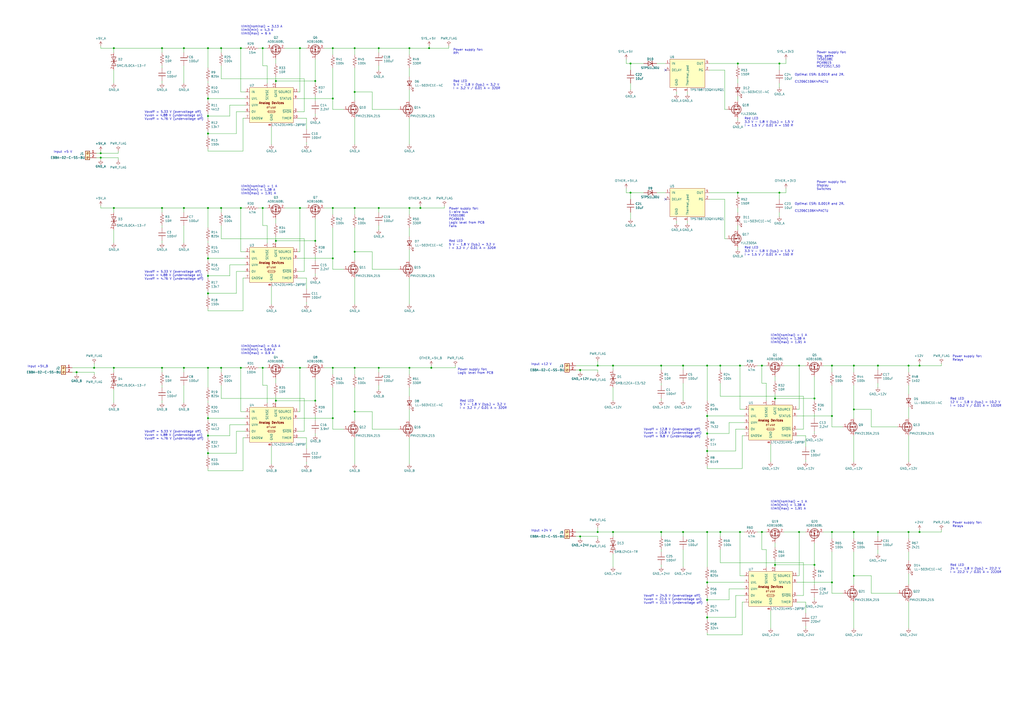
<source format=kicad_sch>
(kicad_sch (version 20230121) (generator eeschema)
  (paper "A2")
  (title_block (title "Power supply") (date "2023-05-26") (rev "v1.0") (company "Roman Labovsky (roman-labovsky.cz)"))
  (junction (at 193.04 27.94))
  (junction (at 205.74 120.65))
  (junction (at 58.42 88.9))
  (junction (at 533.4 212.09))
  (junction (at 205.74 53.34))
  (junction (at 495.3 212.09))
  (junction (at 472.44 327.66))
  (junction (at 472.44 231.14))
  (junction (at 346.71 308.61))
  (junction (at 120.65 57.15))
  (junction (at 152.4 120.65))
  (junction (at 120.65 252.73))
  (junction (at 120.65 27.94))
  (junction (at 205.74 213.36))
  (junction (at 365.76 111.76))
  (junction (at 120.65 213.36))
  (junction (at 417.83 308.61))
  (junction (at 219.71 27.94))
  (junction (at 219.71 213.36))
  (junction (at 355.6 308.61))
  (junction (at 482.6 337.82))
  (junction (at 128.27 27.94))
  (junction (at 120.65 77.47))
  (junction (at 417.83 212.09))
  (junction (at 139.7 27.94))
  (junction (at 237.49 213.36))
  (junction (at 160.02 139.7))
  (junction (at 120.65 67.31))
  (junction (at 410.21 347.98))
  (junction (at 120.65 262.89))
  (junction (at 173.99 213.36))
  (junction (at 205.74 238.76))
  (junction (at 237.49 27.94))
  (junction (at 463.55 308.61))
  (junction (at 336.55 311.15))
  (junction (at 495.3 334.01))
  (junction (at 495.3 237.49))
  (junction (at 482.6 212.09))
  (junction (at 106.68 27.94))
  (junction (at 533.4 308.61))
  (junction (at 243.84 120.65))
  (junction (at 160.02 232.41))
  (junction (at 120.65 120.65))
  (junction (at 139.7 213.36))
  (junction (at 182.88 46.99))
  (junction (at 219.71 120.65))
  (junction (at 441.96 308.61))
  (junction (at 205.74 146.05))
  (junction (at 193.04 213.36))
  (junction (at 66.04 27.94))
  (junction (at 410.21 212.09))
  (junction (at 410.21 261.62))
  (junction (at 346.71 212.09))
  (junction (at 427.99 111.76))
  (junction (at 93.98 213.36))
  (junction (at 452.12 36.83))
  (junction (at 429.26 308.61))
  (junction (at 449.58 327.66))
  (junction (at 509.27 308.61))
  (junction (at 93.98 120.65))
  (junction (at 106.68 213.36))
  (junction (at 248.92 27.94))
  (junction (at 250.19 213.36))
  (junction (at 427.99 36.83))
  (junction (at 58.42 91.44))
  (junction (at 173.99 27.94))
  (junction (at 193.04 120.65))
  (junction (at 193.04 57.15))
  (junction (at 182.88 139.7))
  (junction (at 205.74 27.94))
  (junction (at 237.49 120.65))
  (junction (at 128.27 213.36))
  (junction (at 410.21 241.3))
  (junction (at 336.55 214.63))
  (junction (at 509.27 212.09))
  (junction (at 495.3 308.61))
  (junction (at 120.65 242.57))
  (junction (at 120.65 160.02))
  (junction (at 463.55 212.09))
  (junction (at 410.21 337.82))
  (junction (at 452.12 111.76))
  (junction (at 139.7 120.65))
  (junction (at 66.04 213.36))
  (junction (at 410.21 308.61))
  (junction (at 365.76 36.83))
  (junction (at 396.24 308.61))
  (junction (at 193.04 242.57))
  (junction (at 482.6 241.3))
  (junction (at 106.68 120.65))
  (junction (at 160.02 46.99))
  (junction (at 441.96 212.09))
  (junction (at 527.05 212.09))
  (junction (at 449.58 231.14))
  (junction (at 410.21 251.46))
  (junction (at 93.98 27.94))
  (junction (at 383.54 308.61))
  (junction (at 66.04 120.65))
  (junction (at 120.65 170.18))
  (junction (at 383.54 212.09))
  (junction (at 152.4 213.36))
  (junction (at 54.61 213.36))
  (junction (at 410.21 358.14))
  (junction (at 429.26 212.09))
  (junction (at 482.6 308.61))
  (junction (at 182.88 232.41))
  (junction (at 193.04 149.86))
  (junction (at 396.24 212.09))
  (junction (at 44.45 215.9))
  (junction (at 355.6 212.09))
  (junction (at 527.05 308.61))
  (junction (at 152.4 27.94))
  (junction (at 173.99 120.65))
  (junction (at 128.27 120.65))
  (junction (at 120.65 149.86))
  (no_connect (at 386.08 115.57))
  (no_connect (at 386.08 40.64))
  (wire (pts (xy 410.21 358.14) (xy 426.72 358.14)))
  (wire (pts (xy 421.64 138.43) (xy 420.37 138.43)))
  (wire (pts (xy 142.24 120.65) (xy 139.7 120.65)))
  (wire (pts (xy 346.71 209.55) (xy 346.71 212.09)))
  (wire (pts (xy 488.95 344.17) (xy 482.6 344.17)))
  (wire (pts (xy 454.66 308.61) (xy 463.55 308.61)))
  (wire (pts (xy 140.97 273.05) (xy 120.65 273.05)))
  (wire (pts (xy 429.26 334.01) (xy 429.26 308.61)))
  (wire (pts (xy 55.88 88.9) (xy 58.42 88.9)))
  (wire (pts (xy 422.91 245.11) (xy 431.8 245.11)))
  (wire (pts (xy 410.21 336.55) (xy 410.21 337.82)))
  (wire (pts (xy 187.96 27.94) (xy 193.04 27.94)))
  (wire (pts (xy 417.83 326.39) (xy 466.09 326.39)))
  (wire (pts (xy 410.21 368.3) (xy 410.21 367.03)))
  (wire (pts (xy 152.4 223.52) (xy 152.4 213.36)))
  (wire (pts (xy 160.02 129.54) (xy 160.02 127)))
  (wire (pts (xy 173.99 27.94) (xy 173.99 53.34)))
  (wire (pts (xy 120.65 170.18) (xy 120.65 168.91)))
  (wire (pts (xy 334.01 214.63) (xy 336.55 214.63)))
  (wire (pts (xy 365.76 36.83) (xy 373.38 36.83)))
  (wire (pts (xy 182.88 233.68) (xy 182.88 232.41)))
  (wire (pts (xy 410.21 250.19) (xy 410.21 251.46)))
  (wire (pts (xy 120.65 87.63) (xy 120.65 86.36)))
  (wire (pts (xy 142.24 27.94) (xy 139.7 27.94)))
  (wire (pts (xy 165.1 213.36) (xy 173.99 213.36)))
  (wire (pts (xy 237.49 31.75) (xy 237.49 27.94)))
  (wire (pts (xy 427.99 45.72) (xy 427.99 48.26)))
  (wire (pts (xy 133.35 153.67) (xy 142.24 153.67)))
  (wire (pts (xy 336.55 214.63) (xy 336.55 215.9)))
  (wire (pts (xy 176.53 157.48) (xy 172.72 157.48)))
  (wire (pts (xy 467.36 267.97) (xy 467.36 266.7)))
  (wire (pts (xy 482.6 241.3) (xy 482.6 247.65)))
  (wire (pts (xy 527.05 332.74) (xy 527.05 339.09)))
  (wire (pts (xy 137.16 157.48) (xy 142.24 157.48)))
  (wire (pts (xy 160.02 46.99) (xy 182.88 46.99)))
  (wire (pts (xy 505.46 247.65) (xy 505.46 237.49)))
  (wire (pts (xy 152.4 27.94) (xy 154.94 27.94)))
  (wire (pts (xy 58.42 119.38) (xy 58.42 120.65)))
  (wire (pts (xy 58.42 91.44) (xy 68.58 91.44)))
  (wire (pts (xy 452.12 111.76) (xy 452.12 115.57)))
  (wire (pts (xy 142.24 254) (xy 140.97 254)))
  (wire (pts (xy 106.68 38.1) (xy 106.68 48.26)))
  (wire (pts (xy 199.39 248.92) (xy 193.04 248.92)))
  (wire (pts (xy 149.86 120.65) (xy 152.4 120.65)))
  (wire (pts (xy 410.21 241.3) (xy 410.21 242.57)))
  (wire (pts (xy 120.65 66.04) (xy 120.65 67.31)))
  (wire (pts (xy 120.65 67.31) (xy 120.65 68.58)))
  (wire (pts (xy 106.68 30.48) (xy 106.68 27.94)))
  (wire (pts (xy 106.68 123.19) (xy 106.68 120.65)))
  (wire (pts (xy 140.97 161.29) (xy 140.97 180.34)))
  (wire (pts (xy 482.6 320.04) (xy 482.6 337.82)))
  (wire (pts (xy 411.48 36.83) (xy 427.99 36.83)))
  (wire (pts (xy 128.27 215.9) (xy 128.27 213.36)))
  (wire (pts (xy 128.27 223.52) (xy 128.27 231.14)))
  (wire (pts (xy 441.96 222.25) (xy 441.96 212.09)))
  (wire (pts (xy 466.09 229.87) (xy 466.09 248.92)))
  (wire (pts (xy 133.35 67.31) (xy 133.35 60.96)))
  (wire (pts (xy 55.88 91.44) (xy 58.42 91.44)))
  (wire (pts (xy 172.72 149.86) (xy 193.04 149.86)))
  (wire (pts (xy 410.21 212.09) (xy 417.83 212.09)))
  (wire (pts (xy 139.7 120.65) (xy 139.7 146.05)))
  (wire (pts (xy 422.91 251.46) (xy 422.91 245.11)))
  (wire (pts (xy 177.8 74.93) (xy 177.8 68.58)))
  (wire (pts (xy 128.27 123.19) (xy 128.27 120.65)))
  (wire (pts (xy 430.53 368.3) (xy 410.21 368.3)))
  (wire (pts (xy 467.36 259.08) (xy 467.36 252.73)))
  (wire (pts (xy 527.05 252.73) (xy 527.05 267.97)))
  (wire (pts (xy 431.8 349.25) (xy 430.53 349.25)))
  (wire (pts (xy 505.46 334.01) (xy 495.3 334.01)))
  (wire (pts (xy 54.61 210.82) (xy 54.61 213.36)))
  (wire (pts (xy 205.74 132.08) (xy 205.74 146.05)))
  (wire (pts (xy 410.21 251.46) (xy 410.21 252.73)))
  (wire (pts (xy 140.97 254) (xy 140.97 273.05)))
  (wire (pts (xy 93.98 132.08) (xy 93.98 130.81)))
  (wire (pts (xy 462.28 337.82) (xy 482.6 337.82)))
  (wire (pts (xy 441.96 212.09) (xy 444.5 212.09)))
  (wire (pts (xy 398.78 129.54) (xy 398.78 128.27)))
  (wire (pts (xy 120.65 77.47) (xy 120.65 76.2)))
  (wire (pts (xy 205.74 243.84) (xy 205.74 238.76)))
  (wire (pts (xy 133.35 160.02) (xy 133.35 153.67)))
  (wire (pts (xy 482.6 308.61) (xy 495.3 308.61)))
  (wire (pts (xy 472.44 347.98) (xy 472.44 346.71)))
  (wire (pts (xy 482.6 215.9) (xy 482.6 212.09)))
  (wire (pts (xy 205.74 83.82) (xy 205.74 68.58)))
  (wire (pts (xy 120.65 252.73) (xy 133.35 252.73)))
  (wire (pts (xy 205.74 151.13) (xy 205.74 146.05)))
  (wire (pts (xy 66.04 213.36) (xy 66.04 215.9)))
  (wire (pts (xy 177.8 260.35) (xy 177.8 254)))
  (wire (pts (xy 392.43 129.54) (xy 392.43 128.27)))
  (wire (pts (xy 396.24 311.15) (xy 396.24 308.61)))
  (wire (pts (xy 120.65 242.57) (xy 120.65 243.84)))
  (wire (pts (xy 237.49 217.17) (xy 237.49 213.36)))
  (wire (pts (xy 410.21 251.46) (xy 422.91 251.46)))
  (wire (pts (xy 355.6 224.79) (xy 355.6 232.41)))
  (wire (pts (xy 495.3 242.57) (xy 495.3 237.49)))
  (wire (pts (xy 44.45 215.9) (xy 54.61 215.9)))
  (wire (pts (xy 427.99 36.83) (xy 452.12 36.83)))
  (wire (pts (xy 149.86 213.36) (xy 152.4 213.36)))
  (wire (pts (xy 383.54 328.93) (xy 383.54 327.66)))
  (wire (pts (xy 463.55 212.09) (xy 463.55 237.49)))
  (wire (pts (xy 160.02 36.83) (xy 160.02 34.29)))
  (wire (pts (xy 205.74 124.46) (xy 205.74 120.65)))
  (wire (pts (xy 219.71 27.94) (xy 237.49 27.94)))
  (wire (pts (xy 154.94 38.1) (xy 154.94 48.26)))
  (wire (pts (xy 449.58 231.14) (xy 449.58 232.41)))
  (wire (pts (xy 426.72 261.62) (xy 426.72 248.92)))
  (wire (pts (xy 466.09 345.44) (xy 462.28 345.44)))
  (wire (pts (xy 426.72 248.92) (xy 431.8 248.92)))
  (wire (pts (xy 140.97 87.63) (xy 120.65 87.63)))
  (wire (pts (xy 447.04 267.97) (xy 447.04 257.81)))
  (wire (pts (xy 137.16 250.19) (xy 142.24 250.19)))
  (wire (pts (xy 172.72 242.57) (xy 193.04 242.57)))
  (wire (pts (xy 120.65 139.7) (xy 120.65 140.97)))
  (wire (pts (xy 173.99 120.65) (xy 177.8 120.65)))
  (wire (pts (xy 237.49 124.46) (xy 237.49 120.65)))
  (wire (pts (xy 187.96 120.65) (xy 193.04 120.65)))
  (wire (pts (xy 417.83 229.87) (xy 466.09 229.87)))
  (wire (pts (xy 219.71 213.36) (xy 237.49 213.36)))
  (wire (pts (xy 205.74 39.37) (xy 205.74 53.34)))
  (wire (pts (xy 466.09 248.92) (xy 462.28 248.92)))
  (wire (pts (xy 182.88 241.3) (xy 182.88 243.84)))
  (wire (pts (xy 93.98 39.37) (xy 93.98 38.1)))
  (wire (pts (xy 199.39 63.5) (xy 193.04 63.5)))
  (wire (pts (xy 431.8 212.09) (xy 429.26 212.09)))
  (wire (pts (xy 193.04 213.36) (xy 205.74 213.36)))
  (wire (pts (xy 420.37 138.43) (xy 420.37 115.57)))
  (wire (pts (xy 410.21 261.62) (xy 426.72 261.62)))
  (wire (pts (xy 128.27 38.1) (xy 128.27 45.72)))
  (wire (pts (xy 177.8 83.82) (xy 177.8 82.55)))
  (wire (pts (xy 243.84 120.65) (xy 243.84 119.38)))
  (wire (pts (xy 172.72 57.15) (xy 193.04 57.15)))
  (wire (pts (xy 177.8 254) (xy 172.72 254)))
  (wire (pts (xy 527.05 308.61) (xy 533.4 308.61)))
  (wire (pts (xy 182.88 55.88) (xy 182.88 58.42)))
  (wire (pts (xy 426.72 358.14) (xy 426.72 345.44)))
  (wire (pts (xy 173.99 120.65) (xy 173.99 146.05)))
  (wire (pts (xy 411.48 115.57) (xy 420.37 115.57)))
  (wire (pts (xy 193.04 57.15) (xy 193.04 63.5)))
  (wire (pts (xy 429.26 212.09) (xy 429.26 237.49)))
  (wire (pts (xy 139.7 27.94) (xy 128.27 27.94)))
  (wire (pts (xy 381 111.76) (xy 386.08 111.76)))
  (wire (pts (xy 205.74 224.79) (xy 205.74 238.76)))
  (wire (pts (xy 444.5 318.77) (xy 444.5 328.93)))
  (wire (pts (xy 417.83 222.25) (xy 417.83 229.87)))
  (wire (pts (xy 128.27 30.48) (xy 128.27 27.94)))
  (wire (pts (xy 427.99 120.65) (xy 427.99 123.19)))
  (wire (pts (xy 176.53 250.19) (xy 172.72 250.19)))
  (wire (pts (xy 410.21 271.78) (xy 410.21 270.51)))
  (wire (pts (xy 533.4 308.61) (xy 533.4 307.34)))
  (wire (pts (xy 363.22 111.76) (xy 363.22 109.22)))
  (wire (pts (xy 120.65 57.15) (xy 142.24 57.15)))
  (wire (pts (xy 482.6 312.42) (xy 482.6 308.61)))
  (wire (pts (xy 495.3 308.61) (xy 509.27 308.61)))
  (wire (pts (xy 120.65 158.75) (xy 120.65 160.02)))
  (wire (pts (xy 410.21 262.89) (xy 410.21 261.62)))
  (wire (pts (xy 527.05 320.04) (xy 527.05 325.12)))
  (wire (pts (xy 495.3 312.42) (xy 495.3 308.61)))
  (wire (pts (xy 54.61 213.36) (xy 66.04 213.36)))
  (wire (pts (xy 58.42 88.9) (xy 68.58 88.9)))
  (wire (pts (xy 396.24 222.25) (xy 396.24 232.41)))
  (wire (pts (xy 219.71 27.94) (xy 219.71 30.48)))
  (wire (pts (xy 172.72 53.34) (xy 173.99 53.34)))
  (wire (pts (xy 120.65 160.02) (xy 133.35 160.02)))
  (wire (pts (xy 527.05 223.52) (xy 527.05 228.6)))
  (wire (pts (xy 120.65 232.41) (xy 120.65 233.68)))
  (wire (pts (xy 365.76 52.07) (xy 365.76 48.26)))
  (wire (pts (xy 193.04 149.86) (xy 193.04 156.21)))
  (wire (pts (xy 410.21 358.14) (xy 410.21 356.87)))
  (wire (pts (xy 187.96 213.36) (xy 193.04 213.36)))
  (wire (pts (xy 447.04 364.49) (xy 447.04 354.33)))
  (wire (pts (xy 527.05 212.09) (xy 533.4 212.09)))
  (wire (pts (xy 466.09 326.39) (xy 466.09 345.44)))
  (wire (pts (xy 182.88 160.02) (xy 182.88 158.75)))
  (wire (pts (xy 488.95 247.65) (xy 482.6 247.65)))
  (wire (pts (xy 472.44 251.46) (xy 472.44 250.19)))
  (wire (pts (xy 411.48 111.76) (xy 427.99 111.76)))
  (wire (pts (xy 219.71 223.52) (xy 219.71 226.06)))
  (wire (pts (xy 93.98 120.65) (xy 106.68 120.65)))
  (wire (pts (xy 355.6 212.09) (xy 383.54 212.09)))
  (wire (pts (xy 219.71 120.65) (xy 237.49 120.65)))
  (wire (pts (xy 495.3 212.09) (xy 509.27 212.09)))
  (wire (pts (xy 137.16 64.77) (xy 142.24 64.77)))
  (wire (pts (xy 106.68 213.36) (xy 120.65 213.36)))
  (wire (pts (xy 410.21 347.98) (xy 422.91 347.98)))
  (wire (pts (xy 439.42 212.09) (xy 441.96 212.09)))
  (wire (pts (xy 58.42 88.9) (xy 58.42 87.63)))
  (wire (pts (xy 449.58 228.6) (xy 449.58 231.14)))
  (wire (pts (xy 383.54 214.63) (xy 383.54 212.09)))
  (wire (pts (xy 137.16 262.89) (xy 137.16 250.19)))
  (wire (pts (xy 93.98 123.19) (xy 93.98 120.65)))
  (wire (pts (xy 355.6 321.31) (xy 355.6 328.93)))
  (wire (pts (xy 383.54 232.41) (xy 383.54 231.14)))
  (wire (pts (xy 66.04 213.36) (xy 93.98 213.36)))
  (wire (pts (xy 93.98 30.48) (xy 93.98 27.94)))
  (wire (pts (xy 417.83 311.15) (xy 417.83 308.61)))
  (wire (pts (xy 248.92 27.94) (xy 248.92 26.67)))
  (wire (pts (xy 154.94 38.1) (xy 152.4 38.1)))
  (wire (pts (xy 505.46 247.65) (xy 520.7 247.65)))
  (wire (pts (xy 410.21 212.09) (xy 410.21 232.41)))
  (wire (pts (xy 427.99 69.85) (xy 427.99 68.58)))
  (wire (pts (xy 472.44 231.14) (xy 472.44 218.44)))
  (wire (pts (xy 472.44 232.41) (xy 472.44 231.14)))
  (wire (pts (xy 533.4 212.09) (xy 533.4 210.82)))
  (wire (pts (xy 120.65 241.3) (xy 120.65 242.57)))
  (wire (pts (xy 336.55 214.63) (xy 346.71 214.63)))
  (wire (pts (xy 120.65 78.74) (xy 120.65 77.47)))
  (wire (pts (xy 172.72 238.76) (xy 173.99 238.76)))
  (wire (pts (xy 215.9 156.21) (xy 215.9 146.05)))
  (wire (pts (xy 205.74 120.65) (xy 219.71 120.65)))
  (wire (pts (xy 182.88 148.59) (xy 182.88 151.13)))
  (wire (pts (xy 219.71 120.65) (xy 219.71 123.19)))
  (wire (pts (xy 93.98 27.94) (xy 106.68 27.94)))
  (wire (pts (xy 237.49 254) (xy 237.49 269.24)))
  (wire (pts (xy 120.65 67.31) (xy 133.35 67.31)))
  (wire (pts (xy 455.93 111.76) (xy 455.93 109.22)))
  (wire (pts (xy 176.53 138.43) (xy 176.53 157.48)))
  (wire (pts (xy 215.9 53.34) (xy 205.74 53.34)))
  (wire (pts (xy 177.8 161.29) (xy 172.72 161.29)))
  (wire (pts (xy 173.99 27.94) (xy 177.8 27.94)))
  (wire (pts (xy 120.65 171.45) (xy 120.65 170.18)))
  (wire (pts (xy 152.4 120.65) (xy 154.94 120.65)))
  (wire (pts (xy 427.99 130.81) (xy 427.99 133.35)))
  (wire (pts (xy 237.49 237.49) (xy 237.49 243.84)))
  (wire (pts (xy 120.65 149.86) (xy 120.65 151.13)))
  (wire (pts (xy 410.21 359.41) (xy 410.21 358.14)))
  (wire (pts (xy 120.65 213.36) (xy 128.27 213.36)))
  (wire (pts (xy 334.01 212.09) (xy 346.71 212.09)))
  (wire (pts (xy 215.9 63.5) (xy 215.9 53.34)))
  (wire (pts (xy 237.49 39.37) (xy 237.49 44.45)))
  (wire (pts (xy 449.58 325.12) (xy 449.58 327.66)))
  (wire (pts (xy 120.65 252.73) (xy 120.65 254)))
  (wire (pts (xy 215.9 156.21) (xy 231.14 156.21)))
  (wire (pts (xy 205.74 269.24) (xy 205.74 254)))
  (wire (pts (xy 429.26 212.09) (xy 417.83 212.09)))
  (wire (pts (xy 177.8 176.53) (xy 177.8 175.26)))
  (wire (pts (xy 205.74 176.53) (xy 205.74 161.29)))
  (wire (pts (xy 215.9 248.92) (xy 231.14 248.92)))
  (wire (pts (xy 381 36.83) (xy 386.08 36.83)))
  (wire (pts (xy 106.68 120.65) (xy 120.65 120.65)))
  (wire (pts (xy 363.22 36.83) (xy 363.22 34.29)))
  (wire (pts (xy 154.94 223.52) (xy 154.94 233.68)))
  (wire (pts (xy 444.5 222.25) (xy 444.5 232.41)))
  (wire (pts (xy 527.05 236.22) (xy 527.05 242.57)))
  (wire (pts (xy 454.66 212.09) (xy 463.55 212.09)))
  (wire (pts (xy 142.24 161.29) (xy 140.97 161.29)))
  (wire (pts (xy 133.35 252.73) (xy 133.35 246.38)))
  (wire (pts (xy 383.54 308.61) (xy 396.24 308.61)))
  (wire (pts (xy 68.58 91.44) (xy 68.58 92.71)))
  (wire (pts (xy 509.27 222.25) (xy 509.27 224.79)))
  (wire (pts (xy 509.27 308.61) (xy 509.27 311.15)))
  (wire (pts (xy 455.93 34.29) (xy 455.93 36.83)))
  (wire (pts (xy 417.83 214.63) (xy 417.83 212.09)))
  (wire (pts (xy 410.21 346.71) (xy 410.21 347.98)))
  (wire (pts (xy 205.74 31.75) (xy 205.74 27.94)))
  (wire (pts (xy 472.44 328.93) (xy 472.44 327.66)))
  (wire (pts (xy 509.27 212.09) (xy 509.27 214.63)))
  (wire (pts (xy 410.21 347.98) (xy 410.21 349.25)))
  (wire (pts (xy 120.65 180.34) (xy 120.65 179.07)))
  (wire (pts (xy 410.21 240.03) (xy 410.21 241.3)))
  (wire (pts (xy 467.36 364.49) (xy 467.36 363.22)))
  (wire (pts (xy 154.94 130.81) (xy 154.94 140.97)))
  (wire (pts (xy 66.04 27.94) (xy 58.42 27.94)))
  (wire (pts (xy 527.05 312.42) (xy 527.05 308.61)))
  (wire (pts (xy 431.8 237.49) (xy 429.26 237.49)))
  (wire (pts (xy 58.42 91.44) (xy 58.42 92.71)))
  (wire (pts (xy 182.88 139.7) (xy 182.88 127)))
  (wire (pts (xy 215.9 238.76) (xy 205.74 238.76)))
  (wire (pts (xy 472.44 240.03) (xy 472.44 242.57)))
  (wire (pts (xy 176.53 64.77) (xy 172.72 64.77)))
  (wire (pts (xy 199.39 156.21) (xy 193.04 156.21)))
  (wire (pts (xy 58.42 26.67) (xy 58.42 27.94)))
  (wire (pts (xy 160.02 137.16) (xy 160.02 139.7)))
  (wire (pts (xy 120.65 132.08) (xy 120.65 120.65)))
  (wire (pts (xy 441.96 308.61) (xy 444.5 308.61)))
  (wire (pts (xy 495.3 223.52) (xy 495.3 237.49)))
  (wire (pts (xy 193.04 242.57) (xy 193.04 248.92)))
  (wire (pts (xy 160.02 46.99) (xy 160.02 48.26)))
  (wire (pts (xy 120.65 170.18) (xy 137.16 170.18)))
  (wire (pts (xy 133.35 246.38) (xy 142.24 246.38)))
  (wire (pts (xy 139.7 238.76) (xy 142.24 238.76)))
  (wire (pts (xy 182.88 140.97) (xy 182.88 139.7)))
  (wire (pts (xy 417.83 308.61) (xy 429.26 308.61)))
  (wire (pts (xy 142.24 213.36) (xy 139.7 213.36)))
  (wire (pts (xy 139.7 213.36) (xy 128.27 213.36)))
  (wire (pts (xy 505.46 237.49) (xy 495.3 237.49)))
  (wire (pts (xy 160.02 44.45) (xy 160.02 46.99)))
  (wire (pts (xy 66.04 40.64) (xy 66.04 48.26)))
  (wire (pts (xy 430.53 271.78) (xy 410.21 271.78)))
  (wire (pts (xy 429.26 334.01) (xy 431.8 334.01)))
  (wire (pts (xy 467.36 355.6) (xy 467.36 349.25)))
  (wire (pts (xy 365.76 111.76) (xy 373.38 111.76)))
  (wire (pts (xy 334.01 311.15) (xy 336.55 311.15)))
  (wire (pts (xy 160.02 139.7) (xy 182.88 139.7)))
  (wire (pts (xy 205.74 27.94) (xy 219.71 27.94)))
  (wire (pts (xy 120.65 148.59) (xy 120.65 149.86)))
  (wire (pts (xy 66.04 226.06) (xy 66.04 233.68)))
  (wire (pts (xy 509.27 318.77) (xy 509.27 321.31)))
  (wire (pts (xy 462.28 334.01) (xy 463.55 334.01)))
  (wire (pts (xy 452.12 111.76) (xy 455.93 111.76)))
  (wire (pts (xy 250.19 213.36) (xy 250.19 212.09)))
  (wire (pts (xy 205.74 213.36) (xy 219.71 213.36)))
  (wire (pts (xy 93.98 140.97) (xy 93.98 139.7)))
  (wire (pts (xy 66.04 120.65) (xy 66.04 123.19)))
  (wire (pts (xy 219.71 130.81) (xy 219.71 133.35)))
  (wire (pts (xy 410.21 337.82) (xy 410.21 339.09)))
  (wire (pts (xy 398.78 54.61) (xy 398.78 53.34)))
  (wire (pts (xy 495.3 215.9) (xy 495.3 212.09)))
  (wire (pts (xy 165.1 120.65) (xy 173.99 120.65)))
  (wire (pts (xy 182.88 48.26) (xy 182.88 46.99)))
  (wire (pts (xy 176.53 45.72) (xy 176.53 64.77)))
  (wire (pts (xy 449.58 220.98) (xy 449.58 218.44)))
  (wire (pts (xy 396.24 214.63) (xy 396.24 212.09)))
  (wire (pts (xy 452.12 125.73) (xy 452.12 123.19)))
  (wire (pts (xy 66.04 133.35) (xy 66.04 140.97)))
  (wire (pts (xy 139.7 27.94) (xy 139.7 53.34)))
  (wire (pts (xy 142.24 68.58) (xy 140.97 68.58)))
  (wire (pts (xy 93.98 233.68) (xy 93.98 232.41)))
  (wire (pts (xy 422.91 347.98) (xy 422.91 341.63)))
  (wire (pts (xy 346.71 311.15) (xy 346.71 312.42)))
  (wire (pts (xy 477.52 212.09) (xy 482.6 212.09)))
  (wire (pts (xy 215.9 248.92) (xy 215.9 238.76)))
  (wire (pts (xy 160.02 229.87) (xy 160.02 232.41)))
  (wire (pts (xy 346.71 212.09) (xy 355.6 212.09)))
  (wire (pts (xy 149.86 27.94) (xy 152.4 27.94)))
  (wire (pts (xy 527.05 349.25) (xy 527.05 364.49)))
  (wire (pts (xy 257.81 120.65) (xy 257.81 119.38)))
  (wire (pts (xy 133.35 60.96) (xy 142.24 60.96)))
  (wire (pts (xy 106.68 215.9) (xy 106.68 213.36)))
  (wire (pts (xy 137.16 77.47) (xy 137.16 64.77)))
  (wire (pts (xy 128.27 130.81) (xy 128.27 138.43)))
  (wire (pts (xy 429.26 308.61) (xy 431.8 308.61)))
  (wire (pts (xy 482.6 212.09) (xy 495.3 212.09)))
  (wire (pts (xy 120.65 251.46) (xy 120.65 252.73)))
  (wire (pts (xy 363.22 111.76) (xy 365.76 111.76)))
  (wire (pts (xy 463.55 308.61) (xy 467.36 308.61)))
  (wire (pts (xy 346.71 214.63) (xy 346.71 215.9)))
  (wire (pts (xy 157.48 176.53) (xy 157.48 166.37)))
  (wire (pts (xy 93.98 215.9) (xy 93.98 213.36)))
  (wire (pts (xy 452.12 36.83) (xy 455.93 36.83)))
  (wire (pts (xy 431.8 252.73) (xy 430.53 252.73)))
  (wire (pts (xy 495.3 339.09) (xy 495.3 334.01)))
  (wire (pts (xy 495.3 267.97) (xy 495.3 252.73)))
  (wire (pts (xy 467.36 252.73) (xy 462.28 252.73)))
  (wire (pts (xy 106.68 130.81) (xy 106.68 140.97)))
  (wire (pts (xy 120.65 273.05) (xy 120.65 271.78)))
  (wire (pts (xy 172.72 146.05) (xy 173.99 146.05)))
  (wire (pts (xy 336.55 311.15) (xy 346.71 311.15)))
  (wire (pts (xy 152.4 213.36) (xy 154.94 213.36)))
  (wire (pts (xy 139.7 120.65) (xy 128.27 120.65)))
  (wire (pts (xy 193.04 224.79) (xy 193.04 242.57)))
  (wire (pts (xy 449.58 327.66) (xy 449.58 328.93)))
  (wire (pts (xy 410.21 241.3) (xy 431.8 241.3)))
  (wire (pts (xy 495.3 364.49) (xy 495.3 349.25)))
  (wire (pts (xy 383.54 212.09) (xy 396.24 212.09)))
  (wire (pts (xy 396.24 318.77) (xy 396.24 328.93)))
  (wire (pts (xy 120.65 120.65) (xy 128.27 120.65)))
  (wire (pts (xy 154.94 130.81) (xy 152.4 130.81)))
  (wire (pts (xy 177.8 68.58) (xy 172.72 68.58)))
  (wire (pts (xy 546.1 212.09) (xy 546.1 210.82)))
  (wire (pts (xy 505.46 344.17) (xy 520.7 344.17)))
  (wire (pts (xy 248.92 27.94) (xy 260.35 27.94)))
  (wire (pts (xy 527.05 215.9) (xy 527.05 212.09)))
  (wire (pts (xy 427.99 144.78) (xy 427.99 143.51)))
  (wire (pts (xy 182.88 232.41) (xy 182.88 219.71)))
  (wire (pts (xy 173.99 213.36) (xy 177.8 213.36)))
  (wire (pts (xy 410.21 261.62) (xy 410.21 260.35)))
  (wire (pts (xy 93.98 48.26) (xy 93.98 46.99)))
  (wire (pts (xy 176.53 231.14) (xy 176.53 250.19)))
  (wire (pts (xy 193.04 217.17) (xy 193.04 213.36)))
  (wire (pts (xy 439.42 308.61) (xy 441.96 308.61)))
  (wire (pts (xy 182.88 252.73) (xy 182.88 251.46)))
  (wire (pts (xy 383.54 223.52) (xy 383.54 222.25)))
  (wire (pts (xy 533.4 212.09) (xy 546.1 212.09)))
  (wire (pts (xy 482.6 223.52) (xy 482.6 241.3)))
  (wire (pts (xy 66.04 27.94) (xy 66.04 30.48)))
  (wire (pts (xy 444.5 318.77) (xy 441.96 318.77)))
  (wire (pts (xy 452.12 36.83) (xy 452.12 40.64)))
  (wire (pts (xy 427.99 111.76) (xy 427.99 113.03)))
  (wire (pts (xy 449.58 231.14) (xy 472.44 231.14)))
  (wire (pts (xy 139.7 146.05) (xy 142.24 146.05)))
  (wire (pts (xy 182.88 46.99) (xy 182.88 34.29)))
  (wire (pts (xy 237.49 120.65) (xy 243.84 120.65)))
  (wire (pts (xy 430.53 252.73) (xy 430.53 271.78)))
  (wire (pts (xy 120.65 149.86) (xy 142.24 149.86)))
  (wire (pts (xy 417.83 318.77) (xy 417.83 326.39)))
  (wire (pts (xy 472.44 327.66) (xy 472.44 314.96)))
  (wire (pts (xy 237.49 144.78) (xy 237.49 151.13)))
  (wire (pts (xy 426.72 345.44) (xy 431.8 345.44)))
  (wire (pts (xy 346.71 306.07) (xy 346.71 308.61)))
  (wire (pts (xy 509.27 212.09) (xy 527.05 212.09)))
  (wire (pts (xy 355.6 308.61) (xy 383.54 308.61)))
  (wire (pts (xy 463.55 308.61) (xy 463.55 334.01)))
  (wire (pts (xy 243.84 120.65) (xy 257.81 120.65)))
  (wire (pts (xy 93.98 224.79) (xy 93.98 223.52)))
  (wire (pts (xy 160.02 232.41) (xy 182.88 232.41)))
  (wire (pts (xy 66.04 27.94) (xy 93.98 27.94)))
  (wire (pts (xy 410.21 308.61) (xy 417.83 308.61)))
  (wire (pts (xy 152.4 130.81) (xy 152.4 120.65)))
  (wire (pts (xy 237.49 224.79) (xy 237.49 229.87)))
  (wire (pts (xy 396.24 308.61) (xy 410.21 308.61)))
  (wire (pts (xy 363.22 36.83) (xy 365.76 36.83)))
  (wire (pts (xy 365.76 127) (xy 365.76 123.19)))
  (wire (pts (xy 177.8 269.24) (xy 177.8 267.97)))
  (wire (pts (xy 157.48 269.24) (xy 157.48 259.08)))
  (wire (pts (xy 264.16 213.36) (xy 264.16 212.09)))
  (wire (pts (xy 160.02 232.41) (xy 160.02 233.68)))
  (wire (pts (xy 482.6 337.82) (xy 482.6 344.17)))
  (wire (pts (xy 193.04 132.08) (xy 193.04 149.86)))
  (wire (pts (xy 509.27 308.61) (xy 527.05 308.61)))
  (wire (pts (xy 128.27 231.14) (xy 176.53 231.14)))
  (wire (pts (xy 365.76 40.64) (xy 365.76 36.83)))
  (wire (pts (xy 193.04 120.65) (xy 205.74 120.65)))
  (wire (pts (xy 441.96 318.77) (xy 441.96 308.61)))
  (wire (pts (xy 467.36 349.25) (xy 462.28 349.25)))
  (wire (pts (xy 421.64 63.5) (xy 420.37 63.5)))
  (wire (pts (xy 420.37 63.5) (xy 420.37 40.64)))
  (wire (pts (xy 260.35 27.94) (xy 260.35 26.67)))
  (wire (pts (xy 410.21 337.82) (xy 431.8 337.82)))
  (wire (pts (xy 533.4 308.61) (xy 546.1 308.61)))
  (wire (pts (xy 140.97 180.34) (xy 120.65 180.34)))
  (wire (pts (xy 215.9 146.05) (xy 205.74 146.05)))
  (wire (pts (xy 193.04 124.46) (xy 193.04 120.65)))
  (wire (pts (xy 346.71 308.61) (xy 355.6 308.61)))
  (wire (pts (xy 237.49 52.07) (xy 237.49 58.42)))
  (wire (pts (xy 355.6 212.09) (xy 355.6 214.63)))
  (wire (pts (xy 237.49 213.36) (xy 250.19 213.36)))
  (wire (pts (xy 193.04 39.37) (xy 193.04 57.15)))
  (wire (pts (xy 365.76 115.57) (xy 365.76 111.76)))
  (wire (pts (xy 449.58 317.5) (xy 449.58 314.96)))
  (wire (pts (xy 106.68 27.94) (xy 120.65 27.94)))
  (wire (pts (xy 452.12 50.8) (xy 452.12 48.26)))
  (wire (pts (xy 140.97 68.58) (xy 140.97 87.63)))
  (wire (pts (xy 120.65 160.02) (xy 120.65 161.29)))
  (wire (pts (xy 157.48 83.82) (xy 157.48 73.66)))
  (wire (pts (xy 383.54 320.04) (xy 383.54 318.77)))
  (wire (pts (xy 219.71 38.1) (xy 219.71 40.64)))
  (wire (pts (xy 205.74 217.17) (xy 205.74 213.36)))
  (wire (pts (xy 477.52 308.61) (xy 482.6 308.61)))
  (wire (pts (xy 237.49 68.58) (xy 237.49 83.82)))
  (wire (pts (xy 546.1 308.61) (xy 546.1 307.34)))
  (wire (pts (xy 336.55 311.15) (xy 336.55 312.42)))
  (wire (pts (xy 462.28 241.3) (xy 482.6 241.3)))
  (wire (pts (xy 193.04 31.75) (xy 193.04 27.94)))
  (wire (pts (xy 120.65 27.94) (xy 128.27 27.94)))
  (wire (pts (xy 205.74 58.42) (xy 205.74 53.34)))
  (wire (pts (xy 120.65 242.57) (xy 142.24 242.57)))
  (wire (pts (xy 173.99 213.36) (xy 173.99 238.76)))
  (wire (pts (xy 410.21 308.61) (xy 410.21 328.93)))
  (wire (pts (xy 355.6 308.61) (xy 355.6 311.15)))
  (wire (pts (xy 160.02 222.25) (xy 160.02 219.71)))
  (wire (pts (xy 66.04 120.65) (xy 93.98 120.65)))
  (wire (pts (xy 160.02 139.7) (xy 160.02 140.97)))
  (wire (pts (xy 54.61 215.9) (xy 54.61 217.17)))
  (wire (pts (xy 430.53 349.25) (xy 430.53 368.3)))
  (wire (pts (xy 120.65 224.79) (xy 120.65 213.36)))
  (wire (pts (xy 120.65 46.99) (xy 120.65 48.26)))
  (wire (pts (xy 463.55 212.09) (xy 467.36 212.09)))
  (wire (pts (xy 41.91 215.9) (xy 44.45 215.9)))
  (wire (pts (xy 165.1 27.94) (xy 173.99 27.94)))
  (wire (pts (xy 392.43 54.61) (xy 392.43 53.34)))
  (wire (pts (xy 237.49 132.08) (xy 237.49 137.16)))
  (wire (pts (xy 237.49 161.29) (xy 237.49 176.53)))
  (wire (pts (xy 93.98 213.36) (xy 106.68 213.36)))
  (wire (pts (xy 152.4 38.1) (xy 152.4 27.94)))
  (wire (pts (xy 495.3 320.04) (xy 495.3 334.01)))
  (wire (pts (xy 66.04 120.65) (xy 58.42 120.65)))
  (wire (pts (xy 44.45 215.9) (xy 44.45 217.17)))
  (wire (pts (xy 237.49 27.94) (xy 248.92 27.94)))
  (wire (pts (xy 120.65 262.89) (xy 137.16 262.89)))
  (wire (pts (xy 120.65 57.15) (xy 120.65 58.42)))
  (wire (pts (xy 120.65 262.89) (xy 120.65 261.62)))
  (wire (pts (xy 449.58 327.66) (xy 472.44 327.66)))
  (wire (pts (xy 396.24 212.09) (xy 410.21 212.09)))
  (wire (pts (xy 472.44 336.55) (xy 472.44 339.09)))
  (wire (pts (xy 219.71 213.36) (xy 219.71 215.9)))
  (wire (pts (xy 411.48 40.64) (xy 420.37 40.64)))
  (wire (pts (xy 120.65 77.47) (xy 137.16 77.47)))
  (wire (pts (xy 120.65 55.88) (xy 120.65 57.15)))
  (wire (pts (xy 41.91 213.36) (xy 54.61 213.36)))
  (wire (pts (xy 505.46 344.17) (xy 505.46 334.01)))
  (wire (pts (xy 120.65 264.16) (xy 120.65 262.89)))
  (wire (pts (xy 128.27 138.43) (xy 176.53 138.43)))
  (wire (pts (xy 215.9 63.5) (xy 231.14 63.5)))
  (wire (pts (xy 422.91 341.63) (xy 431.8 341.63)))
  (wire (pts (xy 182.88 67.31) (xy 182.88 66.04)))
  (wire (pts (xy 154.94 223.52) (xy 152.4 223.52)))
  (wire (pts (xy 427.99 36.83) (xy 427.99 38.1)))
  (wire (pts (xy 250.19 213.36) (xy 264.16 213.36)))
  (wire (pts (xy 106.68 223.52) (xy 106.68 233.68)))
  (wire (pts (xy 383.54 311.15) (xy 383.54 308.61)))
  (wire (pts (xy 128.27 45.72) (xy 176.53 45.72)))
  (wire (pts (xy 137.16 170.18) (xy 137.16 157.48)))
  (wire (pts (xy 120.65 39.37) (xy 120.65 27.94)))
  (wire (pts (xy 444.5 222.25) (xy 441.96 222.25)))
  (wire (pts (xy 139.7 213.36) (xy 139.7 238.76)))
  (wire (pts (xy 462.28 237.49) (xy 463.55 237.49)))
  (wire (pts (xy 68.58 88.9) (xy 68.58 87.63)))
  (wire (pts (xy 139.7 53.34) (xy 142.24 53.34)))
  (wire (pts (xy 334.01 308.61) (xy 346.71 308.61)))
  (wire (pts (xy 177.8 167.64) (xy 177.8 161.29)))
  (wire (pts (xy 427.99 111.76) (xy 452.12 111.76)))
  (wire (pts (xy 427.99 55.88) (xy 427.99 58.42)))
  (wire (pts (xy 193.04 27.94) (xy 205.74 27.94)))
  (text "Input +5 V" (at 41.91 88.9 0) (effects (font (size 1.27 1.27)) (justify right bottom)))
  (text "Red LED\n5 V - 1.8 V (typ.) = 3.2 V\nI = 3.2 V / 0.01 A = 320R" (at 262.89 52.07 0) (effects (font (size 1.27 1.27)) (justify left bottom)))
  (text "Optimal ESR: 0.001R and 2R.\n\nC1206C106K4PACTU" (at 461.01 123.19 0) (effects (font (size 1.27 1.27)) (justify left bottom)))
  (text "Ilimit(nominal) = 1 A\nIlimit(min) = 1.38 A\nIlimit(max) = 1.91 A" (at 447.04 199.39 0) (effects (font (size 1.27 1.27)) (justify left bottom)))
  (text "Ilimit(nominal) = 0.5 A\nIlimit(min) = 0.65 A\nIlimit(max) = 0.9 A" (at 139.7 205.74 0) (effects (font (size 1.27 1.27)) (justify left bottom)))
  (text "Vovoff = 12.8 V (overvoltage off)\nVuvon = 10.8 V (undervoltage on)\nVuvoff = 9.8 V (undervoltage off)" (at 373.38 254 0) (effects (font (size 1.27 1.27)) (justify left bottom)))
  (text "Power supply for:\nLogic level from PCB" (at 265.43 217.17 0) (effects (font (size 1.27 1.27)) (justify left bottom)))
  (text "Vovoff = 5.33 V (overvoltage off)\nVuvon = 4.88 V (undervoltage on)\nVuvoff = 4.76 V (undervoltage off)" (at 83.82 69.85 0) (effects (font (size 1.27 1.27)) (justify left bottom)))
  (text "Red LED\n12 V - 1.8 V (typ.) = 10.2 V\nI = 10.2 V / 0.01 A = 1020R" (at 551.18 236.22 0) (effects (font (size 1.27 1.27)) (justify left bottom)))
  (text "Input +12 V" (at 320.04 212.09 0) (effects (font (size 1.27 1.27)) (justify right bottom)))
  (text "Vovoff = 24.5 V (overvoltage off)\nVuvon = 22.5 V (undervoltage on)\nVuvoff = 21.5 V (undervoltage off)" (at 373.38 350.52 0) (effects (font (size 1.27 1.27)) (justify left bottom)))
  (text "Power supply for:\nRelays" (at 552.45 306.07 0) (effects (font (size 1.27 1.27)) (justify left bottom)))
  (text "Power supply for:\nRPI" (at 262.89 31.75 0) (effects (font (size 1.27 1.27)) (justify left bottom)))
  (text "Power supply for:\n1-Wire bus\nTXS0108E\nPCA9615\nLogic level from PCB\nFans" (at 260.35 132.08 0) (effects (font (size 1.27 1.27)) (justify left bottom)))
  (text "Optimal ESR: 0.001R and 2R.\n\nC1206C106K4PACTU" (at 461.01 48.26 0) (effects (font (size 1.27 1.27)) (justify left bottom)))
  (text "Red LED\n5 V - 1.8 V (typ.) = 3.2 V\nI = 3.2 V / 0.01 A = 320R" (at 266.7 237.49 0) (effects (font (size 1.27 1.27)) (justify left bottom)))
  (text "Ilimit(nominal) = 1 A\nIlimit(min) = 1.38 A\nIlimit(max) = 1.91 A" (at 139.7 113.03 0) (effects (font (size 1.27 1.27)) (justify left bottom)))
  (text "Vovoff = 5.33 V (overvoltage off)\nVuvon = 4.88 V (undervoltage on)\nVuvoff = 4.76 V (undervoltage off)" (at 83.82 255.27 0) (effects (font (size 1.27 1.27)) (justify left bottom)))
  (text "Red LED\n3.3 V - 1.8 V (typ.) = 1.5 V\nI = 1.5 V / 0.01 A = 150 R" (at 431.8 73.66 0) (effects (font (size 1.27 1.27)) (justify left bottom)))
  (text "Power supply for:\nDisplay\nSwitches" (at 473.71 110.49 0) (effects (font (size 1.27 1.27)) (justify left bottom)))
  (text "Ilimit(nominal) = 1 A\nIlimit(min) = 1.38 A\nIlimit(max) = 1.91 A" (at 447.04 295.91 0) (effects (font (size 1.27 1.27)) (justify left bottom)))
  (text "Ilimit(nominal) = 3.13 A\nIlimit(min) = 4.3 A\nIlimit(max) = 6 A" (at 139.7 20.32 0) (effects (font (size 1.27 1.27)) (justify left bottom)))
  (text "Input +5V_B" (at 27.94 213.36 0) (effects (font (size 1.27 1.27)) (justify right bottom)))
  (text "Vovoff = 5.33 V (overvoltage off)\nVuvon = 4.88 V (undervoltage on)\nVuvoff = 4.76 V (undervoltage off)" (at 83.82 162.56 0) (effects (font (size 1.27 1.27)) (justify left bottom)))
  (text "Input +24 V" (at 320.04 308.61 0) (effects (font (size 1.27 1.27)) (justify right bottom)))
  (text "Red LED\n3.3 V - 1.8 V (typ.) = 1.5 V\nI = 1.5 V / 0.01 A = 150 R" (at 431.8 148.59 0) (effects (font (size 1.27 1.27)) (justify left bottom)))
  (text "Power supply for:\nRelays" (at 552.45 209.55 0) (effects (font (size 1.27 1.27)) (justify left bottom)))
  (text "Red LED\n5 V - 1.8 V (typ.) = 3.2 V\nI = 3.2 V / 0.01 A = 320R" (at 260.35 144.78 0) (effects (font (size 1.27 1.27)) (justify left bottom)))
  (text "Power supply for:\nlog. gates\nTXS0108E\nPCA9615\nMCP23S17_SO" (at 473.71 39.37 0) (effects (font (size 1.27 1.27)) (justify left bottom)))
  (text "Red LED\n24 V - 1.8 V (typ.) = 22.2 V\nI = 22.2 V / 0.01 A = 2220R" (at 551.18 332.74 0) (effects (font (size 1.27 1.27)) (justify left bottom)))
  (symbol (lib_id "terminal_block_tht_rl:EBBA-02-C-SS-BU") (at 50.8 90.17 0) (mirror y) (unit 1)
    (property "Reference" "J1" (at 48.768 89.1032 0) (effects (justify left)))
    (property "Value" "EBBA-02-C-SS-BU" (at 39.37 91.44 0))
    (property "Footprint" "terminal_block_tht_rl:EBBA-02-C-SS-BU" (effects hide))
    (property "Datasheet" "https://app.adam-tech.com/products/download/data_sheet/204164/ebba-xx-c-ss-bu-data-sheet.pdf" (effects hide))
    (instances (project "central-control-unit" (path "" (reference "J1") (unit 1)) (path "" (reference "J?") (unit 1))))
  )
  (symbol (lib_id "resistor_smd_rl:r_1206_us") (at 120.65 52.07 270) (unit 1)
    (property "Reference" "R10" (at 122.3772 50.9016 90) (effects (justify left)))
    (property "Value" "12k1" (at 122.3772 53.213 90) (effects (justify left)))
    (property "Footprint" "resistor_smd_rl:r_1206" (effects hide))
    (instances (project "central-control-unit" (path "" (reference "R10") (unit 1)) (path "" (reference "R?") (unit 1))))
  )
  (symbol (lib_id "resistor_smd_rl:r_1206_us") (at 120.65 62.23 270) (unit 1)
    (property "Reference" "R11" (at 122.3772 61.0616 90) (effects (justify left)))
    (property "Value" "4k12" (at 122.3772 63.373 90) (effects (justify left)))
    (property "Footprint" "resistor_smd_rl:r_1206" (effects hide))
    (instances (project "central-control-unit" (path "" (reference "R11") (unit 1)) (path "" (reference "R?") (unit 1))))
  )
  (symbol (lib_id "resistor_smd_rl:r_1206_us") (at 120.65 72.39 270) (unit 1)
    (property "Reference" "R12" (at 122.3772 71.2216 90) (effects (justify left)))
    (property "Value" "13k7" (at 122.3772 73.533 90) (effects (justify left)))
    (property "Footprint" "resistor_smd_rl:r_1206" (effects hide))
    (instances (project "central-control-unit" (path "" (reference "R12") (unit 1)) (path "" (reference "R?") (unit 1))))
  )
  (symbol (lib_id "resistor_smd_rl:r_1206_us") (at 120.65 82.55 270) (unit 1)
    (property "Reference" "R13" (at 122.3772 81.3816 90) (effects (justify left)))
    (property "Value" "150k" (at 122.3772 83.693 90) (effects (justify left)))
    (property "Footprint" "resistor_smd_rl:r_1206" (effects hide))
    (instances (project "central-control-unit" (path "" (reference "R13") (unit 1)) (path "" (reference "R?") (unit 1))))
  )
  (symbol (lib_id "transil_diode_smd_rl:SMCJ5.0CA-13-F") (at 66.04 36.83 0) (unit 1)
    (property "Reference" "D2" (at 68.4276 34.3916 0) (effects (justify left)))
    (property "Value" "SMCJ5.0CA-13-F" (at 76.2 38.1 0))
    (property "Footprint" "diode_smd_rl:smc" (effects hide))
    (property "Datasheet" "https://www.diodes.com/assets/Datasheets/ds19003.pdf" (effects hide))
    (instances (project "central-control-unit" (path "" (reference "D2") (unit 1)) (path "" (reference "D?") (unit 1))))
  )
  (symbol (lib_id "power_management_rl:LTC4231HMS-2#PBF") (at 157.48 60.96 0) (unit 1)
    (property "Reference" "U2" (at 146.05 49.53 0))
    (property "Value" "LTC4231HMS-2#PBF" (at 167.64 72.39 0))
    (property "Footprint" "package_msop_rl:msop_12" (effects hide))
    (property "Datasheet" "https://www.analog.com/media/en/technical-documentation/data-sheets/LTC4231.pdf" (effects hide))
    (property "Manufacturer" "Analog Devices" (effects hide))
    (instances (project "central-control-unit" (path "" (reference "U2") (unit 1)) (path "" (reference "U?") (unit 1))))
  )
  (symbol (lib_id "resistor_smd_rl:r_1206_us") (at 146.05 27.94 180) (unit 1)
    (property "Reference" "R29" (at 147.32 25.4 0) (effects (justify left)))
    (property "Value" "15m" (at 148.59 30.48 0) (effects (justify left)))
    (property "Footprint" "resistor_smd_rl:r_1206" (effects hide))
    (instances (project "central-control-unit" (path "" (reference "R29") (unit 1)) (path "" (reference "R?") (unit 1))))
  )
  (symbol (lib_id "unipolar_transistor_smd_rl:AOB1608L") (at 160.02 27.94 90) (unit 1)
    (property "Reference" "Q2" (at 160.02 21.7932 90))
    (property "Value" "AOB1608L" (at 160.02 24.13 90))
    (property "Footprint" "package_to_rl:to_263_2" (effects hide))
    (property "Datasheet" "https://aosmd.com/sites/default/files/res/data_sheets/AOT1608L.pdf" (effects hide))
    (instances (project "central-control-unit" (path "" (reference "Q2") (unit 1)) (path "" (reference "Q?") (unit 1))))
  )
  (symbol (lib_id "unipolar_transistor_smd_rl:AOB1608L") (at 182.88 27.94 270) (mirror x) (unit 1)
    (property "Reference" "Q6" (at 182.88 21.7932 90))
    (property "Value" "AOB1608L" (at 182.88 24.13 90))
    (property "Footprint" "package_to_rl:to_263_2" (effects hide))
    (property "Datasheet" "https://aosmd.com/sites/default/files/res/data_sheets/AOT1608L.pdf" (effects hide))
    (instances (project "central-control-unit" (path "" (reference "Q6") (unit 1)) (path "" (reference "Q?") (unit 1))))
  )
  (symbol (lib_id "capacitor_smd_rl:c_1206") (at 177.8 78.74 270) (unit 1)
    (property "Reference" "C10" (at 180.594 77.5716 90) (effects (justify left)))
    (property "Value" "100nF" (at 180.594 79.883 90) (effects (justify left)))
    (property "Footprint" "capacitor_smd_rl:c_1206" (effects hide))
    (instances (project "central-control-unit" (path "" (reference "C10") (unit 1)) (path "" (reference "C?") (unit 1))))
  )
  (symbol (lib_id "power_rl:GND_A") (at 182.88 67.31 0) (unit 1)
    (property "Reference" "#PWR0322" (effects hide))
    (property "Value" "GND_A" (at 182.88 71.12 0))
    (instances (project "central-control-unit" (path "" (reference "#PWR0322") (unit 1)) (path "" (reference "#PWR?") (unit 1))))
  )
  (symbol (lib_id "power_rl:GND_A") (at 58.42 92.71 0) (unit 1)
    (property "Reference" "#PWR0329" (effects hide))
    (property "Value" "GND_A" (at 58.42 96.52 0))
    (instances (project "central-control-unit" (path "" (reference "#PWR0329") (unit 1)) (path "" (reference "#PWR?") (unit 1))))
  )
  (symbol (lib_id "power_rl:+5V_A") (at 58.42 87.63 0) (unit 1)
    (property "Reference" "#PWR0347" (effects hide))
    (property "Value" "+5V_A" (at 58.42 83.2358 0))
    (instances (project "central-control-unit" (path "" (reference "#PWR0347") (unit 1)) (path "" (reference "#PWR?") (unit 1))))
  )
  (symbol (lib_id "capacitor_elec_smd_rl:c_elec_8x10.5") (at 106.68 34.29 270) (unit 1)
    (property "Reference" "C6" (at 109.474 33.1216 90) (effects (justify left)))
    (property "Value" "100uF" (at 109.474 35.433 90) (effects (justify left)))
    (property "Footprint" "capacitor_elec_smd_rl:c_elec_8x10.5" (effects hide))
    (instances (project "central-control-unit" (path "" (reference "C6") (unit 1)) (path "" (reference "C?") (unit 1))))
  )
  (symbol (lib_id "power_rl:+5V_A") (at 58.42 26.67 0) (unit 1)
    (property "Reference" "#PWR0348" (effects hide))
    (property "Value" "+5V_A" (at 58.42 22.2758 0))
    (instances (project "central-control-unit" (path "" (reference "#PWR0348") (unit 1)) (path "" (reference "#PWR?") (unit 1))))
  )
  (symbol (lib_id "unipolar_transistor_smd_rl:PMV213SN,215") (at 205.74 63.5 0) (unit 1)
    (property "Reference" "Q10" (at 208.3816 62.3316 0) (effects (justify left)))
    (property "Value" "PMV213SN,215" (at 213.36 67.31 0))
    (property "Footprint" "package_sot_rl:sot_23" (effects hide))
    (property "Datasheet" "https://assets.nexperia.com/documents/data-sheet/PMV213SN.pdf" (effects hide))
    (instances (project "central-control-unit" (path "" (reference "Q10") (unit 1)) (path "" (reference "Q?") (unit 1))))
  )
  (symbol (lib_id "unipolar_transistor_smd_rl:PMV213SN,215") (at 237.49 63.5 0) (unit 1)
    (property "Reference" "Q14" (at 240.1316 62.3316 0) (effects (justify left)))
    (property "Value" "PMV213SN,215" (at 245.11 67.31 0))
    (property "Footprint" "package_sot_rl:sot_23" (effects hide))
    (property "Datasheet" "https://assets.nexperia.com/documents/data-sheet/PMV213SN.pdf" (effects hide))
    (instances (project "central-control-unit" (path "" (reference "Q14") (unit 1)) (path "" (reference "Q?") (unit 1))))
  )
  (symbol (lib_id "resistor_smd_rl:r_1206_us") (at 193.04 35.56 270) (unit 1)
    (property "Reference" "R41" (at 194.7672 34.3916 90) (effects (justify left)))
    (property "Value" "100k" (at 194.7672 36.703 90) (effects (justify left)))
    (property "Footprint" "resistor_smd_rl:r_1206" (effects hide))
    (instances (project "central-control-unit" (path "" (reference "R41") (unit 1)) (path "" (reference "R?") (unit 1))))
  )
  (symbol (lib_id "resistor_smd_rl:r_1206_us") (at 237.49 35.56 270) (unit 1)
    (property "Reference" "R49" (at 239.2172 34.3916 90) (effects (justify left)))
    (property "Value" "330R" (at 239.2172 36.703 90) (effects (justify left)))
    (property "Footprint" "resistor_smd_rl:r_1206" (effects hide))
    (instances (project "central-control-unit" (path "" (reference "R49") (unit 1)) (path "" (reference "R?") (unit 1))))
  )
  (symbol (lib_id "resistor_smd_rl:r_1206_us") (at 205.74 35.56 270) (unit 1)
    (property "Reference" "R45" (at 207.4672 34.3916 90) (effects (justify left)))
    (property "Value" "100k" (at 207.4672 36.703 90) (effects (justify left)))
    (property "Footprint" "resistor_smd_rl:r_1206" (effects hide))
    (instances (project "central-control-unit" (path "" (reference "R45") (unit 1)) (path "" (reference "R?") (unit 1))))
  )
  (symbol (lib_id "led_tht_rl:LL-503VC1E-4C") (at 237.49 48.26 90) (unit 1)
    (property "Reference" "D6" (at 240.4872 47.2694 90) (effects (justify right)))
    (property "Value" "LL-503VC1E-4C" (at 248.92 49.53 90))
    (property "Footprint" "led_tht_rl:led_d5mm_2.54mm" (effects hide))
    (property "Datasheet" "https://www.luckylight.cn/media/component/data-sheet/503VC1E-4C.pdf" (effects hide))
    (instances (project "central-control-unit" (path "" (reference "D6") (unit 1)) (path "" (reference "D?") (unit 1))))
  )
  (symbol (lib_id "capacitor_elec_smd_rl:c_elec_8x10.5") (at 219.71 34.29 270) (unit 1)
    (property "Reference" "C18" (at 222.504 33.1216 90) (effects (justify left)))
    (property "Value" "100uF" (at 222.504 35.433 90) (effects (justify left)))
    (property "Footprint" "capacitor_elec_smd_rl:c_elec_8x10.5" (effects hide))
    (instances (project "central-control-unit" (path "" (reference "C18") (unit 1)) (path "" (reference "C?") (unit 1))))
  )
  (symbol (lib_id "resistor_smd_rl:r_1206_us") (at 160.02 40.64 270) (unit 1)
    (property "Reference" "R33" (at 161.7472 39.4716 90) (effects (justify left)))
    (property "Value" "10R" (at 161.7472 41.783 90) (effects (justify left)))
    (property "Footprint" "resistor_smd_rl:r_1206" (effects hide))
    (instances (project "central-control-unit" (path "" (reference "R33") (unit 1)) (path "" (reference "R?") (unit 1))))
  )
  (symbol (lib_id "resistor_smd_rl:r_1206_us") (at 182.88 52.07 90) (unit 1)
    (property "Reference" "R37" (at 184.6072 50.9016 90) (effects (justify right)))
    (property "Value" "1k" (at 184.6072 53.213 90) (effects (justify right)))
    (property "Footprint" "resistor_smd_rl:r_1206" (effects hide))
    (instances (project "central-control-unit" (path "" (reference "R37") (unit 1)) (path "" (reference "R?") (unit 1))))
  )
  (symbol (lib_id "capacitor_smd_rl:c_1206") (at 182.88 62.23 270) (unit 1)
    (property "Reference" "C14" (at 185.674 61.0616 90) (effects (justify left)))
    (property "Value" "2.2nF" (at 185.674 63.373 90) (effects (justify left)))
    (property "Footprint" "capacitor_smd_rl:c_1206" (effects hide))
    (instances (project "central-control-unit" (path "" (reference "C14") (unit 1)) (path "" (reference "C?") (unit 1))))
  )
  (symbol (lib_id "resistor_smd_rl:r_1206_us") (at 128.27 34.29 270) (unit 1)
    (property "Reference" "R25" (at 129.9972 33.1216 90) (effects (justify left)))
    (property "Value" "100k" (at 129.9972 35.433 90) (effects (justify left)))
    (property "Footprint" "resistor_smd_rl:r_1206" (effects hide))
    (instances (project "central-control-unit" (path "" (reference "R25") (unit 1)) (path "" (reference "R?") (unit 1))))
  )
  (symbol (lib_id "resistor_smd_rl:r_1206_us") (at 93.98 34.29 270) (unit 1)
    (property "Reference" "R2" (at 95.7072 33.1216 90) (effects (justify left)))
    (property "Value" "10R" (at 95.7072 35.433 90) (effects (justify left)))
    (property "Footprint" "resistor_smd_rl:r_1206" (effects hide))
    (instances (project "central-control-unit" (path "" (reference "R2") (unit 1)) (path "" (reference "R?") (unit 1))))
  )
  (symbol (lib_id "capacitor_smd_rl:c_1206") (at 93.98 43.18 270) (unit 1)
    (property "Reference" "C2" (at 96.774 42.0116 90) (effects (justify left)))
    (property "Value" "100nF" (at 96.774 44.323 90) (effects (justify left)))
    (property "Footprint" "capacitor_smd_rl:c_1206" (effects hide))
    (instances (project "central-control-unit" (path "" (reference "C2") (unit 1)) (path "" (reference "C?") (unit 1))))
  )
  (symbol (lib_id "resistor_smd_rl:r_1206_us") (at 120.65 43.18 270) (unit 1)
    (property "Reference" "R9" (at 122.3772 42.0116 90) (effects (justify left)))
    (property "Value" "825k" (at 122.3772 44.323 90) (effects (justify left)))
    (property "Footprint" "resistor_smd_rl:r_1206" (effects hide))
    (instances (project "central-control-unit" (path "" (reference "R9") (unit 1)) (path "" (reference "R?") (unit 1))))
  )
  (symbol (lib_id "power_rl:GND_A") (at 66.04 48.26 0) (unit 1)
    (property "Reference" "#PWR0349" (effects hide))
    (property "Value" "GND_A" (at 66.04 52.07 0))
    (instances (project "central-control-unit" (path "" (reference "#PWR0349") (unit 1)) (path "" (reference "#PWR?") (unit 1))))
  )
  (symbol (lib_id "power_rl:GND_A") (at 93.98 48.26 0) (unit 1)
    (property "Reference" "#PWR0350" (effects hide))
    (property "Value" "GND_A" (at 93.98 52.07 0))
    (instances (project "central-control-unit" (path "" (reference "#PWR0350") (unit 1)) (path "" (reference "#PWR?") (unit 1))))
  )
  (symbol (lib_id "power_rl:GND_A") (at 106.68 48.26 0) (unit 1)
    (property "Reference" "#PWR0351" (effects hide))
    (property "Value" "GND_A" (at 106.68 52.07 0))
    (instances (project "central-control-unit" (path "" (reference "#PWR0351") (unit 1)) (path "" (reference "#PWR?") (unit 1))))
  )
  (symbol (lib_id "power_rl:GND_A") (at 157.48 83.82 0) (unit 1)
    (property "Reference" "#PWR0352" (effects hide))
    (property "Value" "GND_A" (at 157.48 87.63 0))
    (instances (project "central-control-unit" (path "" (reference "#PWR0352") (unit 1)) (path "" (reference "#PWR?") (unit 1))))
  )
  (symbol (lib_id "power_rl:GND_A") (at 177.8 83.82 0) (unit 1)
    (property "Reference" "#PWR0353" (effects hide))
    (property "Value" "GND_A" (at 177.8 87.63 0))
    (instances (project "central-control-unit" (path "" (reference "#PWR0353") (unit 1)) (path "" (reference "#PWR?") (unit 1))))
  )
  (symbol (lib_id "power_rl:GND_A") (at 205.74 83.82 0) (unit 1)
    (property "Reference" "#PWR0354" (effects hide))
    (property "Value" "GND_A" (at 205.74 87.63 0))
    (instances (project "central-control-unit" (path "" (reference "#PWR0354") (unit 1)) (path "" (reference "#PWR?") (unit 1))))
  )
  (symbol (lib_id "power_rl:GND_A") (at 219.71 40.64 0) (unit 1)
    (property "Reference" "#PWR0355" (effects hide))
    (property "Value" "GND_A" (at 219.71 44.45 0))
    (instances (project "central-control-unit" (path "" (reference "#PWR0355") (unit 1)) (path "" (reference "#PWR?") (unit 1))))
  )
  (symbol (lib_id "power_rl:PWR_FLAG") (at 260.35 26.67 0) (unit 1)
    (property "Reference" "#FLG0101" (effects hide))
    (property "Value" "PWR_FLAG" (at 260.35 22.2758 0))
    (instances (project "central-control-unit" (path "" (reference "#FLG0101") (unit 1)) (path "" (reference "#FLG?") (unit 1))))
  )
  (symbol (lib_id "power_rl:PWR_FLAG") (at 68.58 92.71 180) (unit 1)
    (property "Reference" "#FLG0102" (effects hide))
    (property "Value" "PWR_FLAG" (at 68.58 97.1042 0))
    (instances (project "central-control-unit" (path "" (reference "#FLG0102") (unit 1)) (path "" (reference "#FLG?") (unit 1))))
  )
  (symbol (lib_id "power_rl:PWR_FLAG") (at 68.58 87.63 0) (unit 1)
    (property "Reference" "#FLG0103" (effects hide))
    (property "Value" "PWR_FLAG" (at 68.58 83.2358 0))
    (instances (project "central-control-unit" (path "" (reference "#FLG0103") (unit 1)) (path "" (reference "#FLG?") (unit 1))))
  )
  (symbol (lib_id "power_rl:GND_A") (at 237.49 83.82 0) (unit 1)
    (property "Reference" "#PWR0356" (effects hide))
    (property "Value" "GND_A" (at 237.49 87.63 0))
    (instances (project "central-control-unit" (path "" (reference "#PWR0356") (unit 1)) (path "" (reference "#PWR?") (unit 1))))
  )
  (symbol (lib_id "power_rl:SYS_+5V") (at 248.92 26.67 0) (unit 1)
    (property "Reference" "#PWR0357" (effects hide))
    (property "Value" "SYS_+5V" (at 248.539 22.2758 0))
    (instances (project "central-control-unit" (path "" (reference "#PWR0357") (unit 1)) (path "" (reference "#PWR?") (unit 1))))
  )
  (symbol (lib_id "resistor_smd_rl:r_1206_us") (at 120.65 144.78 270) (unit 1)
    (property "Reference" "R15" (at 122.3772 143.6116 90) (effects (justify left)))
    (property "Value" "12k1" (at 122.3772 145.923 90) (effects (justify left)))
    (property "Footprint" "resistor_smd_rl:r_1206" (effects hide))
    (instances (project "central-control-unit" (path "" (reference "R15") (unit 1)) (path "" (reference "R?") (unit 1))))
  )
  (symbol (lib_id "resistor_smd_rl:r_1206_us") (at 120.65 154.94 270) (unit 1)
    (property "Reference" "R16" (at 122.3772 153.7716 90) (effects (justify left)))
    (property "Value" "4k12" (at 122.3772 156.083 90) (effects (justify left)))
    (property "Footprint" "resistor_smd_rl:r_1206" (effects hide))
    (instances (project "central-control-unit" (path "" (reference "R16") (unit 1)) (path "" (reference "R?") (unit 1))))
  )
  (symbol (lib_id "resistor_smd_rl:r_1206_us") (at 120.65 165.1 270) (unit 1)
    (property "Reference" "R17" (at 122.3772 163.9316 90) (effects (justify left)))
    (property "Value" "13k7" (at 122.3772 166.243 90) (effects (justify left)))
    (property "Footprint" "resistor_smd_rl:r_1206" (effects hide))
    (instances (project "central-control-unit" (path "" (reference "R17") (unit 1)) (path "" (reference "R?") (unit 1))))
  )
  (symbol (lib_id "resistor_smd_rl:r_1206_us") (at 120.65 175.26 270) (unit 1)
    (property "Reference" "R18" (at 122.3772 174.0916 90) (effects (justify left)))
    (property "Value" "150k" (at 122.3772 176.403 90) (effects (justify left)))
    (property "Footprint" "resistor_smd_rl:r_1206" (effects hide))
    (instances (project "central-control-unit" (path "" (reference "R18") (unit 1)) (path "" (reference "R?") (unit 1))))
  )
  (symbol (lib_id "transil_diode_smd_rl:SMCJ5.0CA-13-F") (at 66.04 129.54 0) (unit 1)
    (property "Reference" "D3" (at 68.4276 127.1016 0) (effects (justify left)))
    (property "Value" "SMCJ5.0CA-13-F" (at 76.2 130.81 0))
    (property "Footprint" "diode_smd_rl:smc" (effects hide))
    (property "Datasheet" "https://www.diodes.com/assets/Datasheets/ds19003.pdf" (effects hide))
    (instances (project "central-control-unit" (path "" (reference "D3") (unit 1)) (path "" (reference "D?") (unit 1))))
  )
  (symbol (lib_id "power_management_rl:LTC4231HMS-2#PBF") (at 157.48 153.67 0) (unit 1)
    (property "Reference" "U3" (at 146.05 142.24 0))
    (property "Value" "LTC4231HMS-2#PBF" (at 167.64 165.1 0))
    (property "Footprint" "package_msop_rl:msop_12" (effects hide))
    (property "Datasheet" "https://www.analog.com/media/en/technical-documentation/data-sheets/LTC4231.pdf" (effects hide))
    (property "Manufacturer" "Analog Devices" (effects hide))
    (instances (project "central-control-unit" (path "" (reference "U3") (unit 1)) (path "" (reference "U?") (unit 1))))
  )
  (symbol (lib_id "resistor_smd_rl:r_1206_us") (at 146.05 120.65 180) (unit 1)
    (property "Reference" "R30" (at 147.32 118.11 0) (effects (justify left)))
    (property "Value" "47m" (at 148.59 123.19 0) (effects (justify left)))
    (property "Footprint" "resistor_smd_rl:r_1206" (effects hide))
    (instances (project "central-control-unit" (path "" (reference "R30") (unit 1)) (path "" (reference "R?") (unit 1))))
  )
  (symbol (lib_id "unipolar_transistor_smd_rl:AOB1608L") (at 160.02 120.65 90) (unit 1)
    (property "Reference" "Q3" (at 160.02 114.5032 90))
    (property "Value" "AOB1608L" (at 160.02 116.84 90))
    (property "Footprint" "package_to_rl:to_263_2" (effects hide))
    (property "Datasheet" "https://aosmd.com/sites/default/files/res/data_sheets/AOT1608L.pdf" (effects hide))
    (instances (project "central-control-unit" (path "" (reference "Q3") (unit 1)) (path "" (reference "Q?") (unit 1))))
  )
  (symbol (lib_id "unipolar_transistor_smd_rl:AOB1608L") (at 182.88 120.65 270) (mirror x) (unit 1)
    (property "Reference" "Q7" (at 182.88 114.5032 90))
    (property "Value" "AOB1608L" (at 182.88 116.84 90))
    (property "Footprint" "package_to_rl:to_263_2" (effects hide))
    (property "Datasheet" "https://aosmd.com/sites/default/files/res/data_sheets/AOT1608L.pdf" (effects hide))
    (instances (project "central-control-unit" (path "" (reference "Q7") (unit 1)) (path "" (reference "Q?") (unit 1))))
  )
  (symbol (lib_id "power_rl:GND_A") (at 182.88 160.02 0) (unit 1)
    (property "Reference" "#PWR0358" (effects hide))
    (property "Value" "GND_A" (at 182.88 163.83 0))
    (instances (project "central-control-unit" (path "" (reference "#PWR0358") (unit 1)) (path "" (reference "#PWR?") (unit 1))))
  )
  (symbol (lib_id "capacitor_elec_smd_rl:c_elec_8x10.5") (at 106.68 127 270) (unit 1)
    (property "Reference" "C7" (at 109.474 125.8316 90) (effects (justify left)))
    (property "Value" "100uF" (at 109.474 128.143 90) (effects (justify left)))
    (property "Footprint" "capacitor_elec_smd_rl:c_elec_8x10.5" (effects hide))
    (instances (project "central-control-unit" (path "" (reference "C7") (unit 1)) (path "" (reference "C?") (unit 1))))
  )
  (symbol (lib_id "power_rl:+5V_A") (at 58.42 119.38 0) (unit 1)
    (property "Reference" "#PWR0359" (effects hide))
    (property "Value" "+5V_A" (at 58.42 114.9858 0))
    (instances (project "central-control-unit" (path "" (reference "#PWR0359") (unit 1)) (path "" (reference "#PWR?") (unit 1))))
  )
  (symbol (lib_id "unipolar_transistor_smd_rl:PMV213SN,215") (at 205.74 156.21 0) (unit 1)
    (property "Reference" "Q11" (at 208.3816 155.0416 0) (effects (justify left)))
    (property "Value" "PMV213SN,215" (at 213.36 160.02 0))
    (property "Footprint" "package_sot_rl:sot_23" (effects hide))
    (property "Datasheet" "https://assets.nexperia.com/documents/data-sheet/PMV213SN.pdf" (effects hide))
    (instances (project "central-control-unit" (path "" (reference "Q11") (unit 1)) (path "" (reference "Q?") (unit 1))))
  )
  (symbol (lib_id "unipolar_transistor_smd_rl:PMV213SN,215") (at 237.49 156.21 0) (unit 1)
    (property "Reference" "Q15" (at 240.1316 155.0416 0) (effects (justify left)))
    (property "Value" "PMV213SN,215" (at 245.11 160.02 0))
    (property "Footprint" "package_sot_rl:sot_23" (effects hide))
    (property "Datasheet" "https://assets.nexperia.com/documents/data-sheet/PMV213SN.pdf" (effects hide))
    (instances (project "central-control-unit" (path "" (reference "Q15") (unit 1)) (path "" (reference "Q?") (unit 1))))
  )
  (symbol (lib_id "resistor_smd_rl:r_1206_us") (at 193.04 128.27 270) (unit 1)
    (property "Reference" "R42" (at 194.7672 127.1016 90) (effects (justify left)))
    (property "Value" "100k" (at 194.7672 129.413 90) (effects (justify left)))
    (property "Footprint" "resistor_smd_rl:r_1206" (effects hide))
    (instances (project "central-control-unit" (path "" (reference "R42") (unit 1)) (path "" (reference "R?") (unit 1))))
  )
  (symbol (lib_id "resistor_smd_rl:r_1206_us") (at 237.49 128.27 270) (unit 1)
    (property "Reference" "R50" (at 239.2172 127.1016 90) (effects (justify left)))
    (property "Value" "330R" (at 239.2172 129.413 90) (effects (justify left)))
    (property "Footprint" "resistor_smd_rl:r_1206" (effects hide))
    (instances (project "central-control-unit" (path "" (reference "R50") (unit 1)) (path "" (reference "R?") (unit 1))))
  )
  (symbol (lib_id "resistor_smd_rl:r_1206_us") (at 205.74 128.27 270) (unit 1)
    (property "Reference" "R46" (at 207.4672 127.1016 90) (effects (justify left)))
    (property "Value" "100k" (at 207.4672 129.413 90) (effects (justify left)))
    (property "Footprint" "resistor_smd_rl:r_1206" (effects hide))
    (instances (project "central-control-unit" (path "" (reference "R46") (unit 1)) (path "" (reference "R?") (unit 1))))
  )
  (symbol (lib_id "led_tht_rl:LL-503VC1E-4C") (at 237.49 140.97 90) (unit 1)
    (property "Reference" "D7" (at 240.4872 139.9794 90) (effects (justify right)))
    (property "Value" "LL-503VC1E-4C" (at 248.92 142.24 90))
    (property "Footprint" "led_tht_rl:led_d5mm_2.54mm" (effects hide))
    (property "Datasheet" "https://www.luckylight.cn/media/component/data-sheet/503VC1E-4C.pdf" (effects hide))
    (instances (project "central-control-unit" (path "" (reference "D7") (unit 1)) (path "" (reference "D?") (unit 1))))
  )
  (symbol (lib_id "capacitor_elec_smd_rl:c_elec_8x10.5") (at 219.71 127 270) (unit 1)
    (property "Reference" "C19" (at 222.504 125.8316 90) (effects (justify left)))
    (property "Value" "100uF" (at 222.504 128.143 90) (effects (justify left)))
    (property "Footprint" "capacitor_elec_smd_rl:c_elec_8x10.5" (effects hide))
    (instances (project "central-control-unit" (path "" (reference "C19") (unit 1)) (path "" (reference "C?") (unit 1))))
  )
  (symbol (lib_id "resistor_smd_rl:r_1206_us") (at 160.02 133.35 270) (unit 1)
    (property "Reference" "R34" (at 161.7472 132.1816 90) (effects (justify left)))
    (property "Value" "10R" (at 161.7472 134.493 90) (effects (justify left)))
    (property "Footprint" "resistor_smd_rl:r_1206" (effects hide))
    (instances (project "central-control-unit" (path "" (reference "R34") (unit 1)) (path "" (reference "R?") (unit 1))))
  )
  (symbol (lib_id "resistor_smd_rl:r_1206_us") (at 182.88 144.78 90) (unit 1)
    (property "Reference" "R38" (at 184.6072 143.6116 90) (effects (justify right)))
    (property "Value" "1k" (at 184.6072 145.923 90) (effects (justify right)))
    (property "Footprint" "resistor_smd_rl:r_1206" (effects hide))
    (instances (project "central-control-unit" (path "" (reference "R38") (unit 1)) (path "" (reference "R?") (unit 1))))
  )
  (symbol (lib_id "capacitor_smd_rl:c_1206") (at 182.88 154.94 270) (unit 1)
    (property "Reference" "C15" (at 185.674 153.7716 90) (effects (justify left)))
    (property "Value" "2.2nF" (at 185.674 156.083 90) (effects (justify left)))
    (property "Footprint" "capacitor_smd_rl:c_1206" (effects hide))
    (instances (project "central-control-unit" (path "" (reference "C15") (unit 1)) (path "" (reference "C?") (unit 1))))
  )
  (symbol (lib_id "resistor_smd_rl:r_1206_us") (at 128.27 127 270) (unit 1)
    (property "Reference" "R26" (at 129.9972 125.8316 90) (effects (justify left)))
    (property "Value" "100k" (at 129.9972 128.143 90) (effects (justify left)))
    (property "Footprint" "resistor_smd_rl:r_1206" (effects hide))
    (instances (project "central-control-unit" (path "" (reference "R26") (unit 1)) (path "" (reference "R?") (unit 1))))
  )
  (symbol (lib_id "resistor_smd_rl:r_1206_us") (at 93.98 127 270) (unit 1)
    (property "Reference" "R3" (at 95.7072 125.8316 90) (effects (justify left)))
    (property "Value" "10R" (at 95.7072 128.143 90) (effects (justify left)))
    (property "Footprint" "resistor_smd_rl:r_1206" (effects hide))
    (instances (project "central-control-unit" (path "" (reference "R3") (unit 1)) (path "" (reference "R?") (unit 1))))
  )
  (symbol (lib_id "capacitor_smd_rl:c_1206") (at 93.98 135.89 270) (unit 1)
    (property "Reference" "C3" (at 96.774 134.7216 90) (effects (justify left)))
    (property "Value" "100nF" (at 96.774 137.033 90) (effects (justify left)))
    (property "Footprint" "capacitor_smd_rl:c_1206" (effects hide))
    (instances (project "central-control-unit" (path "" (reference "C3") (unit 1)) (path "" (reference "C?") (unit 1))))
  )
  (symbol (lib_id "power_rl:OTHER_+5V_A") (at 243.84 119.38 0) (unit 1)
    (property "Reference" "#PWR0360" (effects hide))
    (property "Value" "OTHER_+5V_A" (at 243.459 114.9858 0))
    (instances (project "central-control-unit" (path "" (reference "#PWR0360") (unit 1)) (path "" (reference "#PWR?") (unit 1))))
  )
  (symbol (lib_id "resistor_smd_rl:r_1206_us") (at 120.65 135.89 270) (unit 1)
    (property "Reference" "R14" (at 122.3772 134.7216 90) (effects (justify left)))
    (property "Value" "825k" (at 122.3772 137.033 90) (effects (justify left)))
    (property "Footprint" "resistor_smd_rl:r_1206" (effects hide))
    (instances (project "central-control-unit" (path "" (reference "R14") (unit 1)) (path "" (reference "R?") (unit 1))))
  )
  (symbol (lib_id "power_rl:GND_A") (at 66.04 140.97 0) (unit 1)
    (property "Reference" "#PWR0361" (effects hide))
    (property "Value" "GND_A" (at 66.04 144.78 0))
    (instances (project "central-control-unit" (path "" (reference "#PWR0361") (unit 1)) (path "" (reference "#PWR?") (unit 1))))
  )
  (symbol (lib_id "power_rl:GND_A") (at 93.98 140.97 0) (unit 1)
    (property "Reference" "#PWR0362" (effects hide))
    (property "Value" "GND_A" (at 93.98 144.78 0))
    (instances (project "central-control-unit" (path "" (reference "#PWR0362") (unit 1)) (path "" (reference "#PWR?") (unit 1))))
  )
  (symbol (lib_id "power_rl:GND_A") (at 106.68 140.97 0) (unit 1)
    (property "Reference" "#PWR0363" (effects hide))
    (property "Value" "GND_A" (at 106.68 144.78 0))
    (instances (project "central-control-unit" (path "" (reference "#PWR0363") (unit 1)) (path "" (reference "#PWR?") (unit 1))))
  )
  (symbol (lib_id "power_rl:GND_A") (at 219.71 133.35 0) (unit 1)
    (property "Reference" "#PWR0364" (effects hide))
    (property "Value" "GND_A" (at 219.71 137.16 0))
    (instances (project "central-control-unit" (path "" (reference "#PWR0364") (unit 1)) (path "" (reference "#PWR?") (unit 1))))
  )
  (symbol (lib_id "power_rl:GND_A") (at 157.48 176.53 0) (unit 1)
    (property "Reference" "#PWR0365" (effects hide))
    (property "Value" "GND_A" (at 157.48 180.34 0))
    (instances (project "central-control-unit" (path "" (reference "#PWR0365") (unit 1)) (path "" (reference "#PWR?") (unit 1))))
  )
  (symbol (lib_id "power_rl:GND_A") (at 177.8 176.53 0) (unit 1)
    (property "Reference" "#PWR0366" (effects hide))
    (property "Value" "GND_A" (at 177.8 180.34 0))
    (instances (project "central-control-unit" (path "" (reference "#PWR0366") (unit 1)) (path "" (reference "#PWR?") (unit 1))))
  )
  (symbol (lib_id "power_rl:GND_A") (at 205.74 176.53 0) (unit 1)
    (property "Reference" "#PWR0367" (effects hide))
    (property "Value" "GND_A" (at 205.74 180.34 0))
    (instances (project "central-control-unit" (path "" (reference "#PWR0367") (unit 1)) (path "" (reference "#PWR?") (unit 1))))
  )
  (symbol (lib_id "power_rl:GND_A") (at 237.49 176.53 0) (unit 1)
    (property "Reference" "#PWR0368" (effects hide))
    (property "Value" "GND_A" (at 237.49 180.34 0))
    (instances (project "central-control-unit" (path "" (reference "#PWR0368") (unit 1)) (path "" (reference "#PWR?") (unit 1))))
  )
  (symbol (lib_id "capacitor_smd_rl:c_1206") (at 177.8 171.45 270) (unit 1)
    (property "Reference" "C11" (at 180.594 170.2816 90) (effects (justify left)))
    (property "Value" "100nF" (at 180.594 172.593 90) (effects (justify left)))
    (property "Footprint" "capacitor_smd_rl:c_1206" (effects hide))
    (instances (project "central-control-unit" (path "" (reference "C11") (unit 1)) (path "" (reference "C?") (unit 1))))
  )
  (symbol (lib_id "resistor_smd_rl:r_1206_us") (at 120.65 237.49 270) (unit 1)
    (property "Reference" "R20" (at 122.3772 236.3216 90) (effects (justify left)))
    (property "Value" "12k1" (at 122.3772 238.633 90) (effects (justify left)))
    (property "Footprint" "resistor_smd_rl:r_1206" (effects hide))
    (instances (project "central-control-unit" (path "" (reference "R20") (unit 1)) (path "" (reference "R?") (unit 1))))
  )
  (symbol (lib_id "resistor_smd_rl:r_1206_us") (at 120.65 247.65 270) (unit 1)
    (property "Reference" "R21" (at 122.3772 246.4816 90) (effects (justify left)))
    (property "Value" "4k12" (at 122.3772 248.793 90) (effects (justify left)))
    (property "Footprint" "resistor_smd_rl:r_1206" (effects hide))
    (instances (project "central-control-unit" (path "" (reference "R21") (unit 1)) (path "" (reference "R?") (unit 1))))
  )
  (symbol (lib_id "resistor_smd_rl:r_1206_us") (at 120.65 257.81 270) (unit 1)
    (property "Reference" "R22" (at 122.3772 256.6416 90) (effects (justify left)))
    (property "Value" "13k7" (at 122.3772 258.953 90) (effects (justify left)))
    (property "Footprint" "resistor_smd_rl:r_1206" (effects hide))
    (instances (project "central-control-unit" (path "" (reference "R22") (unit 1)) (path "" (reference "R?") (unit 1))))
  )
  (symbol (lib_id "resistor_smd_rl:r_1206_us") (at 120.65 267.97 270) (unit 1)
    (property "Reference" "R23" (at 122.3772 266.8016 90) (effects (justify left)))
    (property "Value" "150k" (at 122.3772 269.113 90) (effects (justify left)))
    (property "Footprint" "resistor_smd_rl:r_1206" (effects hide))
    (instances (project "central-control-unit" (path "" (reference "R23") (unit 1)) (path "" (reference "R?") (unit 1))))
  )
  (symbol (lib_id "transil_diode_smd_rl:SMCJ5.0CA-13-F") (at 66.04 222.25 0) (unit 1)
    (property "Reference" "D4" (at 68.4276 219.8116 0) (effects (justify left)))
    (property "Value" "SMCJ5.0CA-13-F" (at 76.2 223.52 0))
    (property "Footprint" "diode_smd_rl:smc" (effects hide))
    (property "Datasheet" "https://www.diodes.com/assets/Datasheets/ds19003.pdf" (effects hide))
    (instances (project "central-control-unit" (path "" (reference "D4") (unit 1)) (path "" (reference "D?") (unit 1))))
  )
  (symbol (lib_id "power_management_rl:LTC4231HMS-2#PBF") (at 157.48 246.38 0) (unit 1)
    (property "Reference" "U4" (at 146.05 234.95 0))
    (property "Value" "LTC4231HMS-2#PBF" (at 167.64 257.81 0))
    (property "Footprint" "package_msop_rl:msop_12" (effects hide))
    (property "Datasheet" "https://www.analog.com/media/en/technical-documentation/data-sheets/LTC4231.pdf" (effects hide))
    (property "Manufacturer" "Analog Devices" (effects hide))
    (instances (project "central-control-unit" (path "" (reference "U4") (unit 1)) (path "" (reference "U?") (unit 1))))
  )
  (symbol (lib_id "resistor_smd_rl:r_1206_us") (at 146.05 213.36 180) (unit 1)
    (property "Reference" "R31" (at 147.32 210.82 0) (effects (justify left)))
    (property "Value" "100m" (at 148.59 215.9 0) (effects (justify left)))
    (property "Footprint" "resistor_smd_rl:r_1206" (effects hide))
    (instances (project "central-control-unit" (path "" (reference "R31") (unit 1)) (path "" (reference "R?") (unit 1))))
  )
  (symbol (lib_id "unipolar_transistor_smd_rl:AOB1608L") (at 160.02 213.36 90) (unit 1)
    (property "Reference" "Q4" (at 160.02 207.2132 90))
    (property "Value" "AOB1608L" (at 160.02 209.55 90))
    (property "Footprint" "package_to_rl:to_263_2" (effects hide))
    (property "Datasheet" "https://aosmd.com/sites/default/files/res/data_sheets/AOT1608L.pdf" (effects hide))
    (instances (project "central-control-unit" (path "" (reference "Q4") (unit 1)) (path "" (reference "Q?") (unit 1))))
  )
  (symbol (lib_id "unipolar_transistor_smd_rl:AOB1608L") (at 182.88 213.36 270) (mirror x) (unit 1)
    (property "Reference" "Q8" (at 182.88 207.2132 90))
    (property "Value" "AOB1608L" (at 182.88 209.55 90))
    (property "Footprint" "package_to_rl:to_263_2" (effects hide))
    (property "Datasheet" "https://aosmd.com/sites/default/files/res/data_sheets/AOT1608L.pdf" (effects hide))
    (instances (project "central-control-unit" (path "" (reference "Q8") (unit 1)) (path "" (reference "Q?") (unit 1))))
  )
  (symbol (lib_id "capacitor_smd_rl:c_1206") (at 177.8 264.16 270) (unit 1)
    (property "Reference" "C12" (at 180.594 262.9916 90) (effects (justify left)))
    (property "Value" "100nF" (at 180.594 265.303 90) (effects (justify left)))
    (property "Footprint" "capacitor_smd_rl:c_1206" (effects hide))
    (instances (project "central-control-unit" (path "" (reference "C12") (unit 1)) (path "" (reference "C?") (unit 1))))
  )
  (symbol (lib_id "power_rl:GND_B") (at 182.88 252.73 0) (unit 1)
    (property "Reference" "#PWR0369" (effects hide))
    (property "Value" "GND_B" (at 183.007 255.8542 0))
    (instances (project "central-control-unit" (path "" (reference "#PWR0369") (unit 1)) (path "" (reference "#PWR?") (unit 1))))
  )
  (symbol (lib_id "capacitor_elec_smd_rl:c_elec_8x10.5") (at 106.68 219.71 270) (unit 1)
    (property "Reference" "C8" (at 109.474 218.5416 90) (effects (justify left)))
    (property "Value" "100uF" (at 109.474 220.853 90) (effects (justify left)))
    (property "Footprint" "capacitor_elec_smd_rl:c_elec_8x10.5" (effects hide))
    (instances (project "central-control-unit" (path "" (reference "C8") (unit 1)) (path "" (reference "C?") (unit 1))))
  )
  (symbol (lib_id "unipolar_transistor_smd_rl:PMV213SN,215") (at 205.74 248.92 0) (unit 1)
    (property "Reference" "Q12" (at 208.3816 247.7516 0) (effects (justify left)))
    (property "Value" "PMV213SN,215" (at 213.36 252.73 0))
    (property "Footprint" "package_sot_rl:sot_23" (effects hide))
    (property "Datasheet" "https://assets.nexperia.com/documents/data-sheet/PMV213SN.pdf" (effects hide))
    (instances (project "central-control-unit" (path "" (reference "Q12") (unit 1)) (path "" (reference "Q?") (unit 1))))
  )
  (symbol (lib_id "unipolar_transistor_smd_rl:PMV213SN,215") (at 237.49 248.92 0) (unit 1)
    (property "Reference" "Q16" (at 240.1316 247.7516 0) (effects (justify left)))
    (property "Value" "PMV213SN,215" (at 245.11 252.73 0))
    (property "Footprint" "package_sot_rl:sot_23" (effects hide))
    (property "Datasheet" "https://assets.nexperia.com/documents/data-sheet/PMV213SN.pdf" (effects hide))
    (instances (project "central-control-unit" (path "" (reference "Q16") (unit 1)) (path "" (reference "Q?") (unit 1))))
  )
  (symbol (lib_id "resistor_smd_rl:r_1206_us") (at 193.04 220.98 270) (unit 1)
    (property "Reference" "R43" (at 194.7672 219.8116 90) (effects (justify left)))
    (property "Value" "100k" (at 194.7672 222.123 90) (effects (justify left)))
    (property "Footprint" "resistor_smd_rl:r_1206" (effects hide))
    (instances (project "central-control-unit" (path "" (reference "R43") (unit 1)) (path "" (reference "R?") (unit 1))))
  )
  (symbol (lib_id "resistor_smd_rl:r_1206_us") (at 237.49 220.98 270) (unit 1)
    (property "Reference" "R51" (at 239.2172 219.8116 90) (effects (justify left)))
    (property "Value" "330R" (at 239.2172 222.123 90) (effects (justify left)))
    (property "Footprint" "resistor_smd_rl:r_1206" (effects hide))
    (instances (project "central-control-unit" (path "" (reference "R51") (unit 1)) (path "" (reference "R?") (unit 1))))
  )
  (symbol (lib_id "resistor_smd_rl:r_1206_us") (at 205.74 220.98 270) (unit 1)
    (property "Reference" "R47" (at 207.4672 219.8116 90) (effects (justify left)))
    (property "Value" "100k" (at 207.4672 222.123 90) (effects (justify left)))
    (property "Footprint" "resistor_smd_rl:r_1206" (effects hide))
    (instances (project "central-control-unit" (path "" (reference "R47") (unit 1)) (path "" (reference "R?") (unit 1))))
  )
  (symbol (lib_id "led_tht_rl:LL-503VC1E-4C") (at 237.49 233.68 90) (unit 1)
    (property "Reference" "D8" (at 240.4872 232.6894 90) (effects (justify right)))
    (property "Value" "LL-503VC1E-4C" (at 248.92 234.95 90))
    (property "Footprint" "led_tht_rl:led_d5mm_2.54mm" (effects hide))
    (property "Datasheet" "https://www.luckylight.cn/media/component/data-sheet/503VC1E-4C.pdf" (effects hide))
    (instances (project "central-control-unit" (path "" (reference "D8") (unit 1)) (path "" (reference "D?") (unit 1))))
  )
  (symbol (lib_id "capacitor_elec_smd_rl:c_elec_8x10.5") (at 219.71 219.71 270) (unit 1)
    (property "Reference" "C20" (at 222.504 218.5416 90) (effects (justify left)))
    (property "Value" "100uF" (at 222.504 220.853 90) (effects (justify left)))
    (property "Footprint" "capacitor_elec_smd_rl:c_elec_8x10.5" (effects hide))
    (instances (project "central-control-unit" (path "" (reference "C20") (unit 1)) (path "" (reference "C?") (unit 1))))
  )
  (symbol (lib_id "resistor_smd_rl:r_1206_us") (at 160.02 226.06 270) (unit 1)
    (property "Reference" "R35" (at 161.7472 224.8916 90) (effects (justify left)))
    (property "Value" "10R" (at 161.7472 227.203 90) (effects (justify left)))
    (property "Footprint" "resistor_smd_rl:r_1206" (effects hide))
    (instances (project "central-control-unit" (path "" (reference "R35") (unit 1)) (path "" (reference "R?") (unit 1))))
  )
  (symbol (lib_id "resistor_smd_rl:r_1206_us") (at 182.88 237.49 90) (unit 1)
    (property "Reference" "R39" (at 184.6072 236.3216 90) (effects (justify right)))
    (property "Value" "1k" (at 184.6072 238.633 90) (effects (justify right)))
    (property "Footprint" "resistor_smd_rl:r_1206" (effects hide))
    (instances (project "central-control-unit" (path "" (reference "R39") (unit 1)) (path "" (reference "R?") (unit 1))))
  )
  (symbol (lib_id "capacitor_smd_rl:c_1206") (at 182.88 247.65 270) (unit 1)
    (property "Reference" "C16" (at 185.674 246.4816 90) (effects (justify left)))
    (property "Value" "3.9nF" (at 185.674 248.793 90) (effects (justify left)))
    (property "Footprint" "capacitor_smd_rl:c_1206" (effects hide))
    (instances (project "central-control-unit" (path "" (reference "C16") (unit 1)) (path "" (reference "C?") (unit 1))))
  )
  (symbol (lib_id "resistor_smd_rl:r_1206_us") (at 128.27 219.71 270) (unit 1)
    (property "Reference" "R27" (at 129.9972 218.5416 90) (effects (justify left)))
    (property "Value" "100k" (at 129.9972 220.853 90) (effects (justify left)))
    (property "Footprint" "resistor_smd_rl:r_1206" (effects hide))
    (instances (project "central-control-unit" (path "" (reference "R27") (unit 1)) (path "" (reference "R?") (unit 1))))
  )
  (symbol (lib_id "resistor_smd_rl:r_1206_us") (at 93.98 219.71 270) (unit 1)
    (property "Reference" "R4" (at 95.7072 218.5416 90) (effects (justify left)))
    (property "Value" "10R" (at 95.7072 220.853 90) (effects (justify left)))
    (property "Footprint" "resistor_smd_rl:r_1206" (effects hide))
    (instances (project "central-control-unit" (path "" (reference "R4") (unit 1)) (path "" (reference "R?") (unit 1))))
  )
  (symbol (lib_id "capacitor_smd_rl:c_1206") (at 93.98 228.6 270) (unit 1)
    (property "Reference" "C4" (at 96.774 227.4316 90) (effects (justify left)))
    (property "Value" "100nF" (at 96.774 229.743 90) (effects (justify left)))
    (property "Footprint" "capacitor_smd_rl:c_1206" (effects hide))
    (instances (project "central-control-unit" (path "" (reference "C4") (unit 1)) (path "" (reference "C?") (unit 1))))
  )
  (symbol (lib_id "power_rl:OTHER_+5V_B") (at 250.19 212.09 0) (unit 1)
    (property "Reference" "#PWR0370" (effects hide))
    (property "Value" "OTHER_+5V_B" (at 249.809 207.6958 0))
    (instances (project "central-control-unit" (path "" (reference "#PWR0370") (unit 1)) (path "" (reference "#PWR?") (unit 1))))
  )
  (symbol (lib_id "resistor_smd_rl:r_1206_us") (at 120.65 228.6 270) (unit 1)
    (property "Reference" "R19" (at 122.3772 227.4316 90) (effects (justify left)))
    (property "Value" "825k" (at 122.3772 229.743 90) (effects (justify left)))
    (property "Footprint" "resistor_smd_rl:r_1206" (effects hide))
    (instances (project "central-control-unit" (path "" (reference "R19") (unit 1)) (path "" (reference "R?") (unit 1))))
  )
  (symbol (lib_id "power_rl:GND_B") (at 66.04 233.68 0) (unit 1)
    (property "Reference" "#PWR0371" (effects hide))
    (property "Value" "GND_B" (at 66.04 237.49 0))
    (instances (project "central-control-unit" (path "" (reference "#PWR0371") (unit 1)) (path "" (reference "#PWR?") (unit 1))))
  )
  (symbol (lib_id "power_rl:GND_B") (at 93.98 233.68 0) (unit 1)
    (property "Reference" "#PWR0372" (effects hide))
    (property "Value" "GND_B" (at 93.98 237.49 0))
    (instances (project "central-control-unit" (path "" (reference "#PWR0372") (unit 1)) (path "" (reference "#PWR?") (unit 1))))
  )
  (symbol (lib_id "power_rl:GND_B") (at 106.68 233.68 0) (unit 1)
    (property "Reference" "#PWR0373" (effects hide))
    (property "Value" "GND_B" (at 106.68 237.49 0))
    (instances (project "central-control-unit" (path "" (reference "#PWR0373") (unit 1)) (path "" (reference "#PWR?") (unit 1))))
  )
  (symbol (lib_id "power_rl:GND_B") (at 219.71 226.06 0) (unit 1)
    (property "Reference" "#PWR0374" (effects hide))
    (property "Value" "GND_B" (at 219.71 229.87 0))
    (instances (project "central-control-unit" (path "" (reference "#PWR0374") (unit 1)) (path "" (reference "#PWR?") (unit 1))))
  )
  (symbol (lib_id "power_rl:GND_B") (at 157.48 269.24 0) (unit 1)
    (property "Reference" "#PWR0375" (effects hide))
    (property "Value" "GND_B" (at 157.48 273.05 0))
    (instances (project "central-control-unit" (path "" (reference "#PWR0375") (unit 1)) (path "" (reference "#PWR?") (unit 1))))
  )
  (symbol (lib_id "power_rl:GND_B") (at 177.8 269.24 0) (unit 1)
    (property "Reference" "#PWR0376" (effects hide))
    (property "Value" "GND_B" (at 177.8 273.05 0))
    (instances (project "central-control-unit" (path "" (reference "#PWR0376") (unit 1)) (path "" (reference "#PWR?") (unit 1))))
  )
  (symbol (lib_id "power_rl:GND_B") (at 205.74 269.24 0) (unit 1)
    (property "Reference" "#PWR0377" (effects hide))
    (property "Value" "GND_B" (at 205.74 273.05 0))
    (instances (project "central-control-unit" (path "" (reference "#PWR0377") (unit 1)) (path "" (reference "#PWR?") (unit 1))))
  )
  (symbol (lib_id "power_rl:GND_B") (at 237.49 269.24 0) (unit 1)
    (property "Reference" "#PWR0378" (effects hide))
    (property "Value" "GND_B" (at 237.49 273.05 0))
    (instances (project "central-control-unit" (path "" (reference "#PWR0378") (unit 1)) (path "" (reference "#PWR?") (unit 1))))
  )
  (symbol (lib_id "terminal_block_tht_rl:EBBA-02-C-SS-BU") (at 36.83 214.63 0) (mirror y) (unit 1)
    (property "Reference" "J2" (at 34.798 213.5632 0) (effects (justify left)))
    (property "Value" "EBBA-02-C-SS-BU" (at 25.4 215.9 0))
    (property "Footprint" "terminal_block_tht_rl:EBBA-02-C-SS-BU" (effects hide))
    (property "Datasheet" "https://app.adam-tech.com/products/download/data_sheet/204164/ebba-xx-c-ss-bu-data-sheet.pdf" (effects hide))
    (instances (project "central-control-unit" (path "" (reference "J2") (unit 1)) (path "" (reference "J?") (unit 1))))
  )
  (symbol (lib_id "power_rl:GND_B") (at 44.45 217.17 0) (unit 1)
    (property "Reference" "#PWR0379" (effects hide))
    (property "Value" "GND_B" (at 44.45 220.98 0))
    (instances (project "central-control-unit" (path "" (reference "#PWR0379") (unit 1)) (path "" (reference "#PWR?") (unit 1))))
  )
  (symbol (lib_id "power_rl:PWR_FLAG") (at 264.16 212.09 0) (unit 1)
    (property "Reference" "#FLG0104" (effects hide))
    (property "Value" "PWR_FLAG" (at 264.16 207.6958 0))
    (instances (project "central-control-unit" (path "" (reference "#FLG0104") (unit 1)) (path "" (reference "#FLG?") (unit 1))))
  )
  (symbol (lib_id "power_rl:PWR_FLAG") (at 54.61 217.17 180) (unit 1)
    (property "Reference" "#FLG0105" (effects hide))
    (property "Value" "PWR_FLAG" (at 54.61 221.5642 0))
    (instances (project "central-control-unit" (path "" (reference "#FLG0105") (unit 1)) (path "" (reference "#FLG?") (unit 1))))
  )
  (symbol (lib_id "power_rl:PWR_FLAG") (at 54.61 210.82 0) (unit 1)
    (property "Reference" "#FLG0106" (effects hide))
    (property "Value" "PWR_FLAG" (at 54.61 206.4258 0))
    (instances (project "central-control-unit" (path "" (reference "#FLG0106") (unit 1)) (path "" (reference "#FLG?") (unit 1))))
  )
  (symbol (lib_id "resistor_smd_rl:r_1206_us") (at 410.21 236.22 270) (unit 1)
    (property "Reference" "R5" (at 411.9372 235.0516 90) (effects (justify left)))
    (property "Value" "649k" (at 411.9372 237.363 90) (effects (justify left)))
    (property "Footprint" "resistor_smd_rl:r_1206" (effects hide))
    (instances (project "central-control-unit" (path "" (reference "R5") (unit 1)) (path "" (reference "R?") (unit 1))))
  )
  (symbol (lib_id "resistor_smd_rl:r_1206_us") (at 410.21 246.38 270) (unit 1)
    (property "Reference" "R6" (at 411.9372 245.2116 90) (effects (justify left)))
    (property "Value" "7k32" (at 411.9372 247.523 90) (effects (justify left)))
    (property "Footprint" "resistor_smd_rl:r_1206" (effects hide))
    (instances (project "central-control-unit" (path "" (reference "R6") (unit 1)) (path "" (reference "R?") (unit 1))))
  )
  (symbol (lib_id "resistor_smd_rl:r_1206_us") (at 410.21 256.54 270) (unit 1)
    (property "Reference" "R7" (at 411.9372 255.3716 90) (effects (justify left)))
    (property "Value" "11k" (at 411.9372 257.683 90) (effects (justify left)))
    (property "Footprint" "resistor_smd_rl:r_1206" (effects hide))
    (instances (project "central-control-unit" (path "" (reference "R7") (unit 1)) (path "" (reference "R?") (unit 1))))
  )
  (symbol (lib_id "resistor_smd_rl:r_1206_us") (at 410.21 266.7 270) (unit 1)
    (property "Reference" "R8" (at 411.9372 265.5316 90) (effects (justify left)))
    (property "Value" "61k9" (at 411.9372 267.843 90) (effects (justify left)))
    (property "Footprint" "resistor_smd_rl:r_1206" (effects hide))
    (instances (project "central-control-unit" (path "" (reference "R8") (unit 1)) (path "" (reference "R?") (unit 1))))
  )
  (symbol (lib_id "transil_diode_smd_rl:SMBJ12CA-E3/52") (at 355.6 220.98 0) (unit 1)
    (property "Reference" "D1" (at 357.9876 218.5416 0) (effects (justify left)))
    (property "Value" "SMBJ12CA-E3/52" (at 365.76 222.25 0))
    (property "Footprint" "diode_smd_rl:smb" (effects hide))
    (property "Datasheet" "https://www.vishay.com/docs/88392/smbj.pdf" (effects hide))
    (instances (project "central-control-unit" (path "" (reference "D1") (unit 1)) (path "" (reference "D?") (unit 1))))
  )
  (symbol (lib_id "power_management_rl:LTC4231HMS-2#PBF") (at 447.04 245.11 0) (unit 1)
    (property "Reference" "U1" (at 435.61 233.68 0))
    (property "Value" "LTC4231HMS-2#PBF" (at 457.2 256.54 0))
    (property "Footprint" "package_msop_rl:msop_12" (effects hide))
    (property "Datasheet" "https://www.analog.com/media/en/technical-documentation/data-sheets/LTC4231.pdf" (effects hide))
    (property "Manufacturer" "Analog Devices" (effects hide))
    (instances (project "central-control-unit" (path "" (reference "U1") (unit 1)) (path "" (reference "U?") (unit 1))))
  )
  (symbol (lib_id "resistor_smd_rl:r_1206_us") (at 435.61 212.09 180) (unit 1)
    (property "Reference" "R28" (at 436.88 209.55 0) (effects (justify left)))
    (property "Value" "47m" (at 438.15 214.63 0) (effects (justify left)))
    (property "Footprint" "resistor_smd_rl:r_1206" (effects hide))
    (instances (project "central-control-unit" (path "" (reference "R28") (unit 1)) (path "" (reference "R?") (unit 1))))
  )
  (symbol (lib_id "unipolar_transistor_smd_rl:AOB1608L") (at 449.58 212.09 90) (unit 1)
    (property "Reference" "Q1" (at 449.58 205.9432 90))
    (property "Value" "AOB1608L" (at 449.58 208.28 90))
    (property "Footprint" "package_to_rl:to_263_2" (effects hide))
    (property "Datasheet" "https://aosmd.com/sites/default/files/res/data_sheets/AOT1608L.pdf" (effects hide))
    (instances (project "central-control-unit" (path "" (reference "Q1") (unit 1)) (path "" (reference "Q?") (unit 1))))
  )
  (symbol (lib_id "unipolar_transistor_smd_rl:AOB1608L") (at 472.44 212.09 270) (mirror x) (unit 1)
    (property "Reference" "Q5" (at 472.44 205.9432 90))
    (property "Value" "AOB1608L" (at 472.44 208.28 90))
    (property "Footprint" "package_to_rl:to_263_2" (effects hide))
    (property "Datasheet" "https://aosmd.com/sites/default/files/res/data_sheets/AOT1608L.pdf" (effects hide))
    (instances (project "central-control-unit" (path "" (reference "Q5") (unit 1)) (path "" (reference "Q?") (unit 1))))
  )
  (symbol (lib_id "capacitor_smd_rl:c_1206") (at 467.36 262.89 270) (unit 1)
    (property "Reference" "C9" (at 470.154 261.7216 90) (effects (justify left)))
    (property "Value" "100nF" (at 470.154 264.033 90) (effects (justify left)))
    (property "Footprint" "capacitor_smd_rl:c_1206" (effects hide))
    (instances (project "central-control-unit" (path "" (reference "C9") (unit 1)) (path "" (reference "C?") (unit 1))))
  )
  (symbol (lib_id "capacitor_elec_smd_rl:c_elec_8x10.5") (at 396.24 218.44 270) (unit 1)
    (property "Reference" "C5" (at 399.034 217.2716 90) (effects (justify left)))
    (property "Value" "100uF" (at 399.034 219.583 90) (effects (justify left)))
    (property "Footprint" "capacitor_elec_smd_rl:c_elec_8x10.5" (effects hide))
    (instances (project "central-control-unit" (path "" (reference "C5") (unit 1)) (path "" (reference "C?") (unit 1))))
  )
  (symbol (lib_id "unipolar_transistor_smd_rl:PMV213SN,215") (at 495.3 247.65 0) (unit 1)
    (property "Reference" "Q9" (at 497.9416 246.4816 0) (effects (justify left)))
    (property "Value" "PMV213SN,215" (at 502.92 251.46 0))
    (property "Footprint" "package_sot_rl:sot_23" (effects hide))
    (property "Datasheet" "https://assets.nexperia.com/documents/data-sheet/PMV213SN.pdf" (effects hide))
    (instances (project "central-control-unit" (path "" (reference "Q9") (unit 1)) (path "" (reference "Q?") (unit 1))))
  )
  (symbol (lib_id "unipolar_transistor_smd_rl:PMV213SN,215") (at 527.05 247.65 0) (unit 1)
    (property "Reference" "Q13" (at 529.6916 246.4816 0) (effects (justify left)))
    (property "Value" "PMV213SN,215" (at 534.67 251.46 0))
    (property "Footprint" "package_sot_rl:sot_23" (effects hide))
    (property "Datasheet" "https://assets.nexperia.com/documents/data-sheet/PMV213SN.pdf" (effects hide))
    (instances (project "central-control-unit" (path "" (reference "Q13") (unit 1)) (path "" (reference "Q?") (unit 1))))
  )
  (symbol (lib_id "resistor_smd_rl:r_1206_us") (at 482.6 219.71 270) (unit 1)
    (property "Reference" "R40" (at 484.3272 218.5416 90) (effects (justify left)))
    (property "Value" "100k" (at 484.3272 220.853 90) (effects (justify left)))
    (property "Footprint" "resistor_smd_rl:r_1206" (effects hide))
    (instances (project "central-control-unit" (path "" (reference "R40") (unit 1)) (path "" (reference "R?") (unit 1))))
  )
  (symbol (lib_id "resistor_smd_rl:r_1206_us") (at 527.05 219.71 270) (unit 1)
    (property "Reference" "R48" (at 528.7772 218.5416 90) (effects (justify left)))
    (property "Value" "1k02" (at 528.7772 220.853 90) (effects (justify left)))
    (property "Footprint" "resistor_smd_rl:r_1206" (effects hide))
    (instances (project "central-control-unit" (path "" (reference "R48") (unit 1)) (path "" (reference "R?") (unit 1))))
  )
  (symbol (lib_id "resistor_smd_rl:r_1206_us") (at 495.3 219.71 270) (unit 1)
    (property "Reference" "R44" (at 497.0272 218.5416 90) (effects (justify left)))
    (property "Value" "100k" (at 497.0272 220.853 90) (effects (justify left)))
    (property "Footprint" "resistor_smd_rl:r_1206" (effects hide))
    (instances (project "central-control-unit" (path "" (reference "R44") (unit 1)) (path "" (reference "R?") (unit 1))))
  )
  (symbol (lib_id "led_tht_rl:LL-503VC1E-4C") (at 527.05 232.41 90) (unit 1)
    (property "Reference" "D5" (at 530.0472 231.4194 90) (effects (justify right)))
    (property "Value" "LL-503VC1E-4C" (at 538.48 233.68 90))
    (property "Footprint" "led_tht_rl:led_d5mm_2.54mm" (effects hide))
    (property "Datasheet" "https://www.luckylight.cn/media/component/data-sheet/503VC1E-4C.pdf" (effects hide))
    (instances (project "central-control-unit" (path "" (reference "D5") (unit 1)) (path "" (reference "D?") (unit 1))))
  )
  (symbol (lib_id "capacitor_elec_smd_rl:c_elec_8x10.5") (at 509.27 218.44 270) (unit 1)
    (property "Reference" "C17" (at 512.064 217.2716 90) (effects (justify left)))
    (property "Value" "100uF" (at 512.064 219.583 90) (effects (justify left)))
    (property "Footprint" "capacitor_elec_smd_rl:c_elec_8x10.5" (effects hide))
    (instances (project "central-control-unit" (path "" (reference "C17") (unit 1)) (path "" (reference "C?") (unit 1))))
  )
  (symbol (lib_id "resistor_smd_rl:r_1206_us") (at 449.58 224.79 270) (unit 1)
    (property "Reference" "R32" (at 451.3072 223.6216 90) (effects (justify left)))
    (property "Value" "10R" (at 451.3072 225.933 90) (effects (justify left)))
    (property "Footprint" "resistor_smd_rl:r_1206" (effects hide))
    (instances (project "central-control-unit" (path "" (reference "R32") (unit 1)) (path "" (reference "R?") (unit 1))))
  )
  (symbol (lib_id "resistor_smd_rl:r_1206_us") (at 472.44 236.22 90) (unit 1)
    (property "Reference" "R36" (at 474.1672 235.0516 90) (effects (justify right)))
    (property "Value" "1k" (at 474.1672 237.363 90) (effects (justify right)))
    (property "Footprint" "resistor_smd_rl:r_1206" (effects hide))
    (instances (project "central-control-unit" (path "" (reference "R36") (unit 1)) (path "" (reference "R?") (unit 1))))
  )
  (symbol (lib_id "capacitor_smd_rl:c_1206") (at 472.44 246.38 270) (unit 1)
    (property "Reference" "C13" (at 475.234 245.2116 90) (effects (justify left)))
    (property "Value" "2.2nF" (at 475.234 247.523 90) (effects (justify left)))
    (property "Footprint" "capacitor_smd_rl:c_1206" (effects hide))
    (instances (project "central-control-unit" (path "" (reference "C13") (unit 1)) (path "" (reference "C?") (unit 1))))
  )
  (symbol (lib_id "resistor_smd_rl:r_1206_us") (at 417.83 218.44 270) (unit 1)
    (property "Reference" "R24" (at 419.5572 217.2716 90) (effects (justify left)))
    (property "Value" "100k" (at 419.5572 219.583 90) (effects (justify left)))
    (property "Footprint" "resistor_smd_rl:r_1206" (effects hide))
    (instances (project "central-control-unit" (path "" (reference "R24") (unit 1)) (path "" (reference "R?") (unit 1))))
  )
  (symbol (lib_id "resistor_smd_rl:r_1206_us") (at 383.54 218.44 270) (unit 1)
    (property "Reference" "R1" (at 385.2672 217.2716 90) (effects (justify left)))
    (property "Value" "10R" (at 385.2672 219.583 90) (effects (justify left)))
    (property "Footprint" "resistor_smd_rl:r_1206" (effects hide))
    (instances (project "central-control-unit" (path "" (reference "R1") (unit 1)) (path "" (reference "R?") (unit 1))))
  )
  (symbol (lib_id "capacitor_smd_rl:c_1206") (at 383.54 227.33 270) (unit 1)
    (property "Reference" "C1" (at 386.334 226.1616 90) (effects (justify left)))
    (property "Value" "100nF" (at 386.334 228.473 90) (effects (justify left)))
    (property "Footprint" "capacitor_smd_rl:c_1206" (effects hide))
    (instances (project "central-control-unit" (path "" (reference "C1") (unit 1)) (path "" (reference "C?") (unit 1))))
  )
  (symbol (lib_id "power_rl:+12V") (at 533.4 210.82 0) (unit 1)
    (property "Reference" "#PWR0319" (effects hide))
    (property "Value" "+12V" (at 533.019 206.4258 0))
    (instances (project "central-control-unit" (path "" (reference "#PWR0319") (unit 1)) (path "" (reference "#PWR?") (unit 1))))
  )
  (symbol (lib_id "power_rl:GND_+12V") (at 355.6 233.68 0) (unit 1)
    (property "Reference" "#PWR0380" (effects hide))
    (property "Value" "GND_+12V" (at 355.6 236.22 0))
    (instances (project "central-control-unit" (path "" (reference "#PWR0380") (unit 1)) (path "" (reference "#PWR?") (unit 1))))
  )
  (symbol (lib_id "terminal_block_tht_rl:EBBA-02-C-SS-BU") (at 328.93 213.36 0) (mirror y) (unit 1)
    (property "Reference" "J3" (at 326.898 212.2932 0) (effects (justify left)))
    (property "Value" "EBBA-02-C-SS-BU" (at 317.5 214.63 0))
    (property "Footprint" "terminal_block_tht_rl:EBBA-02-C-SS-BU" (effects hide))
    (property "Datasheet" "https://app.adam-tech.com/products/download/data_sheet/204164/ebba-xx-c-ss-bu-data-sheet.pdf" (effects hide))
    (instances (project "central-control-unit" (path "" (reference "J3") (unit 1)) (path "" (reference "J?") (unit 1))))
  )
  (symbol (lib_id "power_rl:GND_+12V") (at 336.55 217.17 0) (unit 1)
    (property "Reference" "#PWR0381" (effects hide))
    (property "Value" "GND_+12V" (at 336.55 219.71 0))
    (instances (project "central-control-unit" (path "" (reference "#PWR0381") (unit 1)) (path "" (reference "#PWR?") (unit 1))))
  )
  (symbol (lib_id "power_rl:GND_+12V") (at 383.54 233.68 0) (unit 1)
    (property "Reference" "#PWR0382" (effects hide))
    (property "Value" "GND_+12V" (at 383.54 236.22 0))
    (instances (project "central-control-unit" (path "" (reference "#PWR0382") (unit 1)) (path "" (reference "#PWR?") (unit 1))))
  )
  (symbol (lib_id "power_rl:GND_+12V") (at 396.24 233.68 0) (unit 1)
    (property "Reference" "#PWR0383" (effects hide))
    (property "Value" "GND_+12V" (at 396.24 236.22 0))
    (instances (project "central-control-unit" (path "" (reference "#PWR0383") (unit 1)) (path "" (reference "#PWR?") (unit 1))))
  )
  (symbol (lib_id "power_rl:GND_+12V") (at 447.04 269.24 0) (unit 1)
    (property "Reference" "#PWR0384" (effects hide))
    (property "Value" "GND_+12V" (at 447.04 271.78 0))
    (instances (project "central-control-unit" (path "" (reference "#PWR0384") (unit 1)) (path "" (reference "#PWR?") (unit 1))))
  )
  (symbol (lib_id "power_rl:GND_+12V") (at 467.36 269.24 0) (unit 1)
    (property "Reference" "#PWR0385" (effects hide))
    (property "Value" "GND_+12V" (at 467.36 271.78 0))
    (instances (project "central-control-unit" (path "" (reference "#PWR0385") (unit 1)) (path "" (reference "#PWR?") (unit 1))))
  )
  (symbol (lib_id "power_rl:GND_+12V") (at 495.3 269.24 0) (unit 1)
    (property "Reference" "#PWR0386" (effects hide))
    (property "Value" "GND_+12V" (at 495.3 271.78 0))
    (instances (project "central-control-unit" (path "" (reference "#PWR0386") (unit 1)) (path "" (reference "#PWR?") (unit 1))))
  )
  (symbol (lib_id "power_rl:GND_+12V") (at 527.05 269.24 0) (unit 1)
    (property "Reference" "#PWR0387" (effects hide))
    (property "Value" "GND_+12V" (at 527.05 271.78 0))
    (instances (project "central-control-unit" (path "" (reference "#PWR0387") (unit 1)) (path "" (reference "#PWR?") (unit 1))))
  )
  (symbol (lib_id "power_rl:GND_+12V") (at 509.27 226.06 0) (unit 1)
    (property "Reference" "#PWR0388" (effects hide))
    (property "Value" "GND_+12V" (at 509.27 228.6 0))
    (instances (project "central-control-unit" (path "" (reference "#PWR0388") (unit 1)) (path "" (reference "#PWR?") (unit 1))))
  )
  (symbol (lib_id "power_rl:PWR_FLAG") (at 346.71 215.9 180) (unit 1)
    (property "Reference" "#FLG0107" (effects hide))
    (property "Value" "PWR_FLAG" (at 346.71 220.2942 0))
    (instances (project "central-control-unit" (path "" (reference "#FLG0107") (unit 1)) (path "" (reference "#FLG?") (unit 1))))
  )
  (symbol (lib_id "power_rl:PWR_FLAG") (at 546.1 210.82 0) (unit 1)
    (property "Reference" "#FLG0108" (effects hide))
    (property "Value" "PWR_FLAG" (at 546.1 206.4258 0))
    (instances (project "central-control-unit" (path "" (reference "#FLG0108") (unit 1)) (path "" (reference "#FLG?") (unit 1))))
  )
  (symbol (lib_id "power_rl:PWR_FLAG") (at 346.71 209.55 0) (unit 1)
    (property "Reference" "#FLG0109" (effects hide))
    (property "Value" "PWR_FLAG" (at 346.71 205.1558 0))
    (instances (project "central-control-unit" (path "" (reference "#FLG0109") (unit 1)) (path "" (reference "#FLG?") (unit 1))))
  )
  (symbol (lib_id "power_rl:GND_+12V") (at 472.44 252.73 0) (unit 1)
    (property "Reference" "#PWR0389" (effects hide))
    (property "Value" "GND_+12V" (at 472.44 255.27 0))
    (instances (project "central-control-unit" (path "" (reference "#PWR0389") (unit 1)) (path "" (reference "#PWR?") (unit 1))))
  )
  (symbol (lib_id "resistor_smd_rl:r_1206_us") (at 410.21 332.74 270) (unit 1)
    (property "Reference" "R55" (at 411.9372 331.5716 90) (effects (justify left)))
    (property "Value" "825k" (at 411.9372 333.883 90) (effects (justify left)))
    (property "Footprint" "resistor_smd_rl:r_1206" (effects hide))
    (instances (project "central-control-unit" (path "" (reference "R55") (unit 1)) (path "" (reference "R?") (unit 1))))
  )
  (symbol (lib_id "resistor_smd_rl:r_1206_us") (at 410.21 342.9 270) (unit 1)
    (property "Reference" "R56" (at 411.9372 341.7316 90) (effects (justify left)))
    (property "Value" "1k6" (at 411.9372 344.043 90) (effects (justify left)))
    (property "Footprint" "resistor_smd_rl:r_1206" (effects hide))
    (instances (project "central-control-unit" (path "" (reference "R56") (unit 1)) (path "" (reference "R?") (unit 1))))
  )
  (symbol (lib_id "resistor_smd_rl:r_1206_us") (at 410.21 353.06 270) (unit 1)
    (property "Reference" "R57" (at 411.9372 351.8916 90) (effects (justify left)))
    (property "Value" "2k74" (at 411.9372 354.203 90) (effects (justify left)))
    (property "Footprint" "resistor_smd_rl:r_1206" (effects hide))
    (instances (project "central-control-unit" (path "" (reference "R57") (unit 1)) (path "" (reference "R?") (unit 1))))
  )
  (symbol (lib_id "resistor_smd_rl:r_1206_us") (at 410.21 363.22 270) (unit 1)
    (property "Reference" "R58" (at 411.9372 362.0516 90) (effects (justify left)))
    (property "Value" "32k4" (at 411.9372 364.363 90) (effects (justify left)))
    (property "Footprint" "resistor_smd_rl:r_1206" (effects hide))
    (instances (project "central-control-unit" (path "" (reference "R58") (unit 1)) (path "" (reference "R?") (unit 1))))
  )
  (symbol (lib_id "transil_diode_smd_rl:SMBJ24CA-TR") (at 355.6 317.5 0) (unit 1)
    (property "Reference" "D13" (at 357.9876 315.0616 0) (effects (justify left)))
    (property "Value" "SMBJ24CA-TR" (at 363.22 320.04 0))
    (property "Footprint" "diode_smd_rl:smb" (effects hide))
    (property "Datasheet" "https://www.st.com/resource/en/datasheet/smbj24ca.pdf" (effects hide))
    (instances (project "central-control-unit" (path "" (reference "D13") (unit 1)) (path "" (reference "D?") (unit 1))))
  )
  (symbol (lib_id "power_management_rl:LTC4231HMS-2#PBF") (at 447.04 341.63 0) (unit 1)
    (property "Reference" "U7" (at 435.61 330.2 0))
    (property "Value" "LTC4231HMS-2#PBF" (at 457.2 353.06 0))
    (property "Footprint" "package_msop_rl:msop_12" (effects hide))
    (property "Datasheet" "https://www.analog.com/media/en/technical-documentation/data-sheets/LTC4231.pdf" (effects hide))
    (property "Manufacturer" "Analog Devices" (effects hide))
    (instances (project "central-control-unit" (path "" (reference "U7") (unit 1)) (path "" (reference "U?") (unit 1))))
  )
  (symbol (lib_id "resistor_smd_rl:r_1206_us") (at 435.61 308.61 180) (unit 1)
    (property "Reference" "R60" (at 436.88 306.07 0) (effects (justify left)))
    (property "Value" "47m" (at 438.15 311.15 0) (effects (justify left)))
    (property "Footprint" "resistor_smd_rl:r_1206" (effects hide))
    (instances (project "central-control-unit" (path "" (reference "R60") (unit 1)) (path "" (reference "R?") (unit 1))))
  )
  (symbol (lib_id "unipolar_transistor_smd_rl:AOB1608L") (at 449.58 308.61 90) (unit 1)
    (property "Reference" "Q19" (at 449.58 302.4632 90))
    (property "Value" "AOB1608L" (at 449.58 304.8 90))
    (property "Footprint" "package_to_rl:to_263_2" (effects hide))
    (property "Datasheet" "https://aosmd.com/sites/default/files/res/data_sheets/AOT1608L.pdf" (effects hide))
    (instances (project "central-control-unit" (path "" (reference "Q19") (unit 1)) (path "" (reference "Q?") (unit 1))))
  )
  (symbol (lib_id "unipolar_transistor_smd_rl:AOB1608L") (at 472.44 308.61 270) (mirror x) (unit 1)
    (property "Reference" "Q20" (at 472.44 302.4632 90))
    (property "Value" "AOB1608L" (at 472.44 304.8 90))
    (property "Footprint" "package_to_rl:to_263_2" (effects hide))
    (property "Datasheet" "https://aosmd.com/sites/default/files/res/data_sheets/AOT1608L.pdf" (effects hide))
    (instances (project "central-control-unit" (path "" (reference "Q20") (unit 1)) (path "" (reference "Q?") (unit 1))))
  )
  (symbol (lib_id "capacitor_smd_rl:c_1206") (at 467.36 359.41 270) (unit 1)
    (property "Reference" "C27" (at 470.154 358.2416 90) (effects (justify left)))
    (property "Value" "220nF" (at 470.154 360.553 90) (effects (justify left)))
    (property "Footprint" "capacitor_smd_rl:c_1206" (effects hide))
    (instances (project "central-control-unit" (path "" (reference "C27") (unit 1)) (path "" (reference "C?") (unit 1))))
  )
  (symbol (lib_id "capacitor_elec_smd_rl:c_elec_8x10.5") (at 396.24 314.96 270) (unit 1)
    (property "Reference" "C26" (at 399.034 313.7916 90) (effects (justify left)))
    (property "Value" "100uF" (at 399.034 316.103 90) (effects (justify left)))
    (property "Footprint" "capacitor_elec_smd_rl:c_elec_8x10.5" (effects hide))
    (instances (project "central-control-unit" (path "" (reference "C26") (unit 1)) (path "" (reference "C?") (unit 1))))
  )
  (symbol (lib_id "unipolar_transistor_smd_rl:PMV213SN,215") (at 495.3 344.17 0) (unit 1)
    (property "Reference" "Q21" (at 497.9416 343.0016 0) (effects (justify left)))
    (property "Value" "PMV213SN,215" (at 502.92 347.98 0))
    (property "Footprint" "package_sot_rl:sot_23" (effects hide))
    (property "Datasheet" "https://assets.nexperia.com/documents/data-sheet/PMV213SN.pdf" (effects hide))
    (instances (project "central-control-unit" (path "" (reference "Q21") (unit 1)) (path "" (reference "Q?") (unit 1))))
  )
  (symbol (lib_id "unipolar_transistor_smd_rl:PMV213SN,215") (at 527.05 344.17 0) (unit 1)
    (property "Reference" "Q22" (at 529.6916 343.0016 0) (effects (justify left)))
    (property "Value" "PMV213SN,215" (at 534.67 347.98 0))
    (property "Footprint" "package_sot_rl:sot_23" (effects hide))
    (property "Datasheet" "https://assets.nexperia.com/documents/data-sheet/PMV213SN.pdf" (effects hide))
    (instances (project "central-control-unit" (path "" (reference "Q22") (unit 1)) (path "" (reference "Q?") (unit 1))))
  )
  (symbol (lib_id "resistor_smd_rl:r_1206_us") (at 482.6 316.23 270) (unit 1)
    (property "Reference" "R65" (at 484.3272 315.0616 90) (effects (justify left)))
    (property "Value" "100k" (at 484.3272 317.373 90) (effects (justify left)))
    (property "Footprint" "resistor_smd_rl:r_1206" (effects hide))
    (instances (project "central-control-unit" (path "" (reference "R65") (unit 1)) (path "" (reference "R?") (unit 1))))
  )
  (symbol (lib_id "resistor_smd_rl:r_1206_us") (at 527.05 316.23 270) (unit 1)
    (property "Reference" "R67" (at 528.7772 315.0616 90) (effects (justify left)))
    (property "Value" "2k21" (at 528.7772 317.373 90) (effects (justify left)))
    (property "Footprint" "resistor_smd_rl:r_1206" (effects hide))
    (instances (project "central-control-unit" (path "" (reference "R67") (unit 1)) (path "" (reference "R?") (unit 1))))
  )
  (symbol (lib_id "resistor_smd_rl:r_1206_us") (at 495.3 316.23 270) (unit 1)
    (property "Reference" "R66" (at 497.0272 315.0616 90) (effects (justify left)))
    (property "Value" "100k" (at 497.0272 317.373 90) (effects (justify left)))
    (property "Footprint" "resistor_smd_rl:r_1206" (effects hide))
    (instances (project "central-control-unit" (path "" (reference "R66") (unit 1)) (path "" (reference "R?") (unit 1))))
  )
  (symbol (lib_id "led_tht_rl:LL-503VC1E-4C") (at 527.05 328.93 90) (unit 1)
    (property "Reference" "D14" (at 530.0472 327.9394 90) (effects (justify right)))
    (property "Value" "LL-503VC1E-4C" (at 538.48 330.2 90))
    (property "Footprint" "led_tht_rl:led_d5mm_2.54mm" (effects hide))
    (property "Datasheet" "https://www.luckylight.cn/media/component/data-sheet/503VC1E-4C.pdf" (effects hide))
    (instances (project "central-control-unit" (path "" (reference "D14") (unit 1)) (path "" (reference "D?") (unit 1))))
  )
  (symbol (lib_id "capacitor_elec_smd_rl:c_elec_8x10.5") (at 509.27 314.96 270) (unit 1)
    (property "Reference" "C31" (at 512.064 313.7916 90) (effects (justify left)))
    (property "Value" "100uF" (at 512.064 316.103 90) (effects (justify left)))
    (property "Footprint" "capacitor_elec_smd_rl:c_elec_8x10.5" (effects hide))
    (instances (project "central-control-unit" (path "" (reference "C31") (unit 1)) (path "" (reference "C?") (unit 1))))
  )
  (symbol (lib_id "resistor_smd_rl:r_1206_us") (at 449.58 321.31 270) (unit 1)
    (property "Reference" "R61" (at 451.3072 320.1416 90) (effects (justify left)))
    (property "Value" "10R" (at 451.3072 322.453 90) (effects (justify left)))
    (property "Footprint" "resistor_smd_rl:r_1206" (effects hide))
    (instances (project "central-control-unit" (path "" (reference "R61") (unit 1)) (path "" (reference "R?") (unit 1))))
  )
  (symbol (lib_id "resistor_smd_rl:r_1206_us") (at 472.44 332.74 90) (unit 1)
    (property "Reference" "R64" (at 474.1672 331.5716 90) (effects (justify right)))
    (property "Value" "1k" (at 474.1672 333.883 90) (effects (justify right)))
    (property "Footprint" "resistor_smd_rl:r_1206" (effects hide))
    (instances (project "central-control-unit" (path "" (reference "R64") (unit 1)) (path "" (reference "R?") (unit 1))))
  )
  (symbol (lib_id "resistor_smd_rl:r_1206_us") (at 417.83 314.96 270) (unit 1)
    (property "Reference" "R59" (at 419.5572 313.7916 90) (effects (justify left)))
    (property "Value" "100k" (at 419.5572 316.103 90) (effects (justify left)))
    (property "Footprint" "resistor_smd_rl:r_1206" (effects hide))
    (instances (project "central-control-unit" (path "" (reference "R59") (unit 1)) (path "" (reference "R?") (unit 1))))
  )
  (symbol (lib_id "resistor_smd_rl:r_1206_us") (at 383.54 314.96 270) (unit 1)
    (property "Reference" "R54" (at 385.2672 313.7916 90) (effects (justify left)))
    (property "Value" "10R" (at 385.2672 316.103 90) (effects (justify left)))
    (property "Footprint" "resistor_smd_rl:r_1206" (effects hide))
    (instances (project "central-control-unit" (path "" (reference "R54") (unit 1)) (path "" (reference "R?") (unit 1))))
  )
  (symbol (lib_id "capacitor_smd_rl:c_1206") (at 383.54 323.85 270) (unit 1)
    (property "Reference" "C25" (at 386.334 322.6816 90) (effects (justify left)))
    (property "Value" "100nF" (at 386.334 324.993 90) (effects (justify left)))
    (property "Footprint" "capacitor_smd_rl:c_1206" (effects hide))
    (instances (project "central-control-unit" (path "" (reference "C25") (unit 1)) (path "" (reference "C?") (unit 1))))
  )
  (symbol (lib_id "power_rl:+24V") (at 533.4 307.34 0) (unit 1)
    (property "Reference" "#PWR0320" (effects hide))
    (property "Value" "+24V" (at 533.019 302.9458 0))
    (instances (project "central-control-unit" (path "" (reference "#PWR0320") (unit 1)) (path "" (reference "#PWR?") (unit 1))))
  )
  (symbol (lib_id "power_rl:GND_+24V") (at 355.6 330.2 0) (unit 1)
    (property "Reference" "#PWR0390" (effects hide))
    (property "Value" "GND_+24V" (at 355.6 332.74 0))
    (instances (project "central-control-unit" (path "" (reference "#PWR0390") (unit 1)) (path "" (reference "#PWR?") (unit 1))))
  )
  (symbol (lib_id "terminal_block_tht_rl:EBBA-02-C-SS-BU") (at 328.93 309.88 0) (mirror y) (unit 1)
    (property "Reference" "J5" (at 326.898 308.8132 0) (effects (justify left)))
    (property "Value" "EBBA-02-C-SS-BU" (at 317.5 311.15 0))
    (property "Footprint" "terminal_block_tht_rl:EBBA-02-C-SS-BU" (effects hide))
    (property "Datasheet" "https://app.adam-tech.com/products/download/data_sheet/204164/ebba-xx-c-ss-bu-data-sheet.pdf" (effects hide))
    (instances (project "central-control-unit" (path "" (reference "J5") (unit 1)) (path "" (reference "J?") (unit 1))))
  )
  (symbol (lib_id "power_rl:GND_+24V") (at 336.55 313.69 0) (unit 1)
    (property "Reference" "#PWR0391" (effects hide))
    (property "Value" "GND_+24V" (at 336.55 316.23 0))
    (instances (project "central-control-unit" (path "" (reference "#PWR0391") (unit 1)) (path "" (reference "#PWR?") (unit 1))))
  )
  (symbol (lib_id "power_rl:GND_+24V") (at 383.54 330.2 0) (unit 1)
    (property "Reference" "#PWR0392" (effects hide))
    (property "Value" "GND_+24V" (at 383.54 332.74 0))
    (instances (project "central-control-unit" (path "" (reference "#PWR0392") (unit 1)) (path "" (reference "#PWR?") (unit 1))))
  )
  (symbol (lib_id "power_rl:GND_+24V") (at 396.24 330.2 0) (unit 1)
    (property "Reference" "#PWR0393" (effects hide))
    (property "Value" "GND_+24V" (at 396.24 332.74 0))
    (instances (project "central-control-unit" (path "" (reference "#PWR0393") (unit 1)) (path "" (reference "#PWR?") (unit 1))))
  )
  (symbol (lib_id "power_rl:GND_+24V") (at 447.04 365.76 0) (unit 1)
    (property "Reference" "#PWR0394" (effects hide))
    (property "Value" "GND_+24V" (at 447.04 368.3 0))
    (instances (project "central-control-unit" (path "" (reference "#PWR0394") (unit 1)) (path "" (reference "#PWR?") (unit 1))))
  )
  (symbol (lib_id "power_rl:GND_+24V") (at 467.36 365.76 0) (unit 1)
    (property "Reference" "#PWR0395" (effects hide))
    (property "Value" "GND_+24V" (at 467.36 368.3 0))
    (instances (project "central-control-unit" (path "" (reference "#PWR0395") (unit 1)) (path "" (reference "#PWR?") (unit 1))))
  )
  (symbol (lib_id "power_rl:GND_+24V") (at 495.3 365.76 0) (unit 1)
    (property "Reference" "#PWR0396" (effects hide))
    (property "Value" "GND_+24V" (at 495.3 368.3 0))
    (instances (project "central-control-unit" (path "" (reference "#PWR0396") (unit 1)) (path "" (reference "#PWR?") (unit 1))))
  )
  (symbol (lib_id "power_rl:GND_+24V") (at 527.05 365.76 0) (unit 1)
    (property "Reference" "#PWR0397" (effects hide))
    (property "Value" "GND_+24V" (at 527.05 368.3 0))
    (instances (project "central-control-unit" (path "" (reference "#PWR0397") (unit 1)) (path "" (reference "#PWR?") (unit 1))))
  )
  (symbol (lib_id "power_rl:GND_+24V") (at 509.27 322.58 0) (unit 1)
    (property "Reference" "#PWR0398" (effects hide))
    (property "Value" "GND_+24V" (at 509.27 325.12 0))
    (instances (project "central-control-unit" (path "" (reference "#PWR0398") (unit 1)) (path "" (reference "#PWR?") (unit 1))))
  )
  (symbol (lib_id "power_rl:PWR_FLAG") (at 546.1 307.34 0) (unit 1)
    (property "Reference" "#FLG0110" (effects hide))
    (property "Value" "PWR_FLAG" (at 546.1 302.9458 0))
    (instances (project "central-control-unit" (path "" (reference "#FLG0110") (unit 1)) (path "" (reference "#FLG?") (unit 1))))
  )
  (symbol (lib_id "capacitor_smd_rl:c_1206") (at 472.44 342.9 270) (unit 1)
    (property "Reference" "C28" (at 475.234 341.7316 90) (effects (justify left)))
    (property "Value" "2.2nF" (at 475.234 344.043 90) (effects (justify left)))
    (property "Footprint" "capacitor_smd_rl:c_1206" (effects hide))
    (instances (project "central-control-unit" (path "" (reference "C28") (unit 1)) (path "" (reference "C?") (unit 1))))
  )
  (symbol (lib_id "power_rl:PWR_FLAG") (at 346.71 312.42 180) (unit 1)
    (property "Reference" "#FLG0111" (effects hide))
    (property "Value" "PWR_FLAG" (at 346.71 316.8142 0))
    (instances (project "central-control-unit" (path "" (reference "#FLG0111") (unit 1)) (path "" (reference "#FLG?") (unit 1))))
  )
  (symbol (lib_id "power_rl:PWR_FLAG") (at 346.71 306.07 0) (unit 1)
    (property "Reference" "#FLG0112" (effects hide))
    (property "Value" "PWR_FLAG" (at 346.71 301.6758 0))
    (instances (project "central-control-unit" (path "" (reference "#FLG0112") (unit 1)) (path "" (reference "#FLG?") (unit 1))))
  )
  (symbol (lib_id "power_rl:GND_+24V") (at 472.44 349.25 0) (unit 1)
    (property "Reference" "#PWR0399" (effects hide))
    (property "Value" "GND_+24V" (at 472.44 351.79 0))
    (instances (project "central-control-unit" (path "" (reference "#PWR0399") (unit 1)) (path "" (reference "#PWR?") (unit 1))))
  )
  (symbol (lib_id "low_dropout_regulator_rl:TPS7B8733QKVURQ1") (at 398.78 40.64 0) (unit 1)
    (property "Reference" "U6" (at 389.89 33.02 0))
    (property "Value" "TPS7B8733QKVURQ1" (at 410.21 52.07 0))
    (property "Footprint" "package_to_rl:to_252_5" (effects hide))
    (property "Datasheet" "https://www.ti.com/lit/ds/symlink/tps7b87-q1.pdf?ts=1659884152142&ref_url=https%253A%252F%252Fwww.ti.com%252Fproduct%252FTPS7B87-Q1" (effects hide))
    (instances (project "central-control-unit" (path "" (reference "U6") (unit 1)) (path "" (reference "U?") (unit 1))))
  )
  (symbol (lib_id "capacitor_smd_rl:c_1206") (at 452.12 44.45 270) (unit 1)
    (property "Reference" "C24" (at 454.914 43.2816 90) (effects (justify left)))
    (property "Value" "10uF" (at 454.914 45.593 90) (effects (justify left)))
    (property "Footprint" "capacitor_smd_rl:c_1206" (effects hide))
    (instances (project "central-control-unit" (path "" (reference "C24") (unit 1)) (path "" (reference "C?") (unit 1))))
  )
  (symbol (lib_id "power_rl:SYS_+3V3") (at 455.93 34.29 0) (unit 1)
    (property "Reference" "#PWR0321" (effects hide))
    (property "Value" "SYS_+3V3" (at 455.549 29.8958 0))
    (instances (project "central-control-unit" (path "" (reference "#PWR0321") (unit 1)) (path "" (reference "#PWR?") (unit 1))))
  )
  (symbol (lib_id "capacitor_smd_rl:c_1206") (at 365.76 44.45 270) (unit 1)
    (property "Reference" "C22" (at 368.554 43.2816 90) (effects (justify left)))
    (property "Value" "10uF" (at 368.554 45.593 90) (effects (justify left)))
    (property "Footprint" "capacitor_smd_rl:c_1206" (effects hide))
    (instances (project "central-control-unit" (path "" (reference "C22") (unit 1)) (path "" (reference "C?") (unit 1))))
  )
  (symbol (lib_id "unipolar_transistor_smd_rl:YJL2305A") (at 427.99 63.5 0) (mirror x) (unit 1)
    (property "Reference" "Q18" (at 430.53 60.96 0) (effects (justify left)))
    (property "Value" "YJL2305A" (at 434.34 66.04 0))
    (property "Footprint" "package_sot_rl:sot_23" (effects hide))
    (property "Datasheet" "https://www.21yangjie.com/pdf/mosfet/YJL2305A.pdf" (effects hide))
    (instances (project "central-control-unit" (path "" (reference "Q18") (unit 1)) (path "" (reference "Q?") (unit 1))))
  )
  (symbol (lib_id "resistor_smd_rl:r_1206_us") (at 427.99 41.91 270) (unit 1)
    (property "Reference" "R53" (at 429.7172 40.7416 90) (effects (justify left)))
    (property "Value" "150R" (at 429.7172 43.053 90) (effects (justify left)))
    (property "Footprint" "resistor_smd_rl:r_1206" (effects hide))
    (instances (project "central-control-unit" (path "" (reference "R53") (unit 1)) (path "" (reference "R?") (unit 1))))
  )
  (symbol (lib_id "led_tht_rl:LL-503VC1E-4C") (at 427.99 52.07 90) (unit 1)
    (property "Reference" "D12" (at 430.9872 51.0794 90) (effects (justify right)))
    (property "Value" "LL-503VC1E-4C" (at 438.15 53.34 90))
    (property "Footprint" "led_tht_rl:led_d5mm_2.54mm" (effects hide))
    (property "Datasheet" "https://www.luckylight.cn/media/component/data-sheet/503VC1E-4C.pdf" (effects hide))
    (instances (project "central-control-unit" (path "" (reference "D12") (unit 1)) (path "" (reference "D?") (unit 1))))
  )
  (symbol (lib_id "diode_smd_rl:STPS1L30U") (at 377.19 36.83 270) (unit 1)
    (property "Reference" "D10" (at 377.19 34.29 90))
    (property "Value" "STPS1L30U" (at 377.19 39.37 90))
    (property "Footprint" "diode_smd_rl:sma" (effects hide))
    (property "Datasheet" "https://www.st.com/resource/en/datasheet/stps1l30.pdf" (effects hide))
    (instances (project "central-control-unit" (path "" (reference "D10") (unit 1)) (path "" (reference "D?") (unit 1))))
  )
  (symbol (lib_id "low_dropout_regulator_rl:TPS7B8733QKVURQ1") (at 398.78 115.57 0) (unit 1)
    (property "Reference" "U5" (at 389.89 107.95 0))
    (property "Value" "TPS7B8733QKVURQ1" (at 410.21 127 0))
    (property "Footprint" "package_to_rl:to_252_5" (effects hide))
    (property "Datasheet" "https://www.ti.com/lit/ds/symlink/tps7b87-q1.pdf?ts=1659884152142&ref_url=https%253A%252F%252Fwww.ti.com%252Fproduct%252FTPS7B87-Q1" (effects hide))
    (instances (project "central-control-unit" (path "" (reference "U5") (unit 1)) (path "" (reference "U?") (unit 1))))
  )
  (symbol (lib_id "capacitor_smd_rl:c_1206") (at 452.12 119.38 270) (unit 1)
    (property "Reference" "C23" (at 454.914 118.2116 90) (effects (justify left)))
    (property "Value" "10uF" (at 454.914 120.523 90) (effects (justify left)))
    (property "Footprint" "capacitor_smd_rl:c_1206" (effects hide))
    (instances (project "central-control-unit" (path "" (reference "C23") (unit 1)) (path "" (reference "C?") (unit 1))))
  )
  (symbol (lib_id "power_rl:OTHER_+5V_A") (at 363.22 109.22 0) (unit 1)
    (property "Reference" "#PWR0400" (effects hide))
    (property "Value" "OTHER_+5V_A" (at 363.22 104.8258 0))
    (instances (project "central-control-unit" (path "" (reference "#PWR0400") (unit 1)) (path "" (reference "#PWR?") (unit 1))))
  )
  (symbol (lib_id "capacitor_smd_rl:c_1206") (at 365.76 119.38 270) (unit 1)
    (property "Reference" "C21" (at 368.554 118.2116 90) (effects (justify left)))
    (property "Value" "10uF" (at 368.554 120.523 90) (effects (justify left)))
    (property "Footprint" "capacitor_smd_rl:c_1206" (effects hide))
    (instances (project "central-control-unit" (path "" (reference "C21") (unit 1)) (path "" (reference "C?") (unit 1))))
  )
  (symbol (lib_id "unipolar_transistor_smd_rl:YJL2305A") (at 427.99 138.43 0) (mirror x) (unit 1)
    (property "Reference" "Q17" (at 430.53 135.89 0) (effects (justify left)))
    (property "Value" "YJL2305A" (at 434.34 140.97 0))
    (property "Footprint" "package_sot_rl:sot_23" (effects hide))
    (property "Datasheet" "https://www.21yangjie.com/pdf/mosfet/YJL2305A.pdf" (effects hide))
    (instances (project "central-control-unit" (path "" (reference "Q17") (unit 1)) (path "" (reference "Q?") (unit 1))))
  )
  (symbol (lib_id "resistor_smd_rl:r_1206_us") (at 427.99 116.84 270) (unit 1)
    (property "Reference" "R52" (at 429.7172 115.6716 90) (effects (justify left)))
    (property "Value" "150R" (at 429.7172 117.983 90) (effects (justify left)))
    (property "Footprint" "resistor_smd_rl:r_1206" (effects hide))
    (instances (project "central-control-unit" (path "" (reference "R52") (unit 1)) (path "" (reference "R?") (unit 1))))
  )
  (symbol (lib_id "led_tht_rl:LL-503VC1E-4C") (at 427.99 127 90) (unit 1)
    (property "Reference" "D11" (at 430.9872 126.0094 90) (effects (justify right)))
    (property "Value" "LL-503VC1E-4C" (at 439.42 128.27 90))
    (property "Footprint" "led_tht_rl:led_d5mm_2.54mm" (effects hide))
    (property "Datasheet" "https://www.luckylight.cn/media/component/data-sheet/503VC1E-4C.pdf" (effects hide))
    (instances (project "central-control-unit" (path "" (reference "D11") (unit 1)) (path "" (reference "D?") (unit 1))))
  )
  (symbol (lib_id "diode_smd_rl:STPS1L30U") (at 377.19 111.76 270) (unit 1)
    (property "Reference" "D9" (at 377.19 109.22 90))
    (property "Value" "STPS1L30U" (at 377.19 114.3 90))
    (property "Footprint" "diode_smd_rl:sma" (effects hide))
    (property "Datasheet" "https://www.st.com/resource/en/datasheet/stps1l30.pdf" (effects hide))
    (instances (project "central-control-unit" (path "" (reference "D9") (unit 1)) (path "" (reference "D?") (unit 1))))
  )
  (symbol (lib_id "power_rl:OTHER_+3V3") (at 455.93 109.22 0) (unit 1)
    (property "Reference" "#PWR0401" (effects hide))
    (property "Value" "OTHER_+3V3" (at 455.549 104.8258 0))
    (instances (project "central-control-unit" (path "" (reference "#PWR0401") (unit 1)) (path "" (reference "#PWR?") (unit 1))))
  )
  (symbol (lib_id "power_rl:GND_A") (at 365.76 52.07 0) (unit 1)
    (property "Reference" "#PWR0402" (effects hide))
    (property "Value" "GND_A" (at 365.76 55.88 0))
    (instances (project "central-control-unit" (path "" (reference "#PWR0402") (unit 1)) (path "" (reference "#PWR?") (unit 1))))
  )
  (symbol (lib_id "power_rl:GND_A") (at 427.99 69.85 0) (unit 1)
    (property "Reference" "#PWR0403" (effects hide))
    (property "Value" "GND_A" (at 427.99 73.66 0))
    (instances (project "central-control-unit" (path "" (reference "#PWR0403") (unit 1)) (path "" (reference "#PWR?") (unit 1))))
  )
  (symbol (lib_id "power_rl:GND_A") (at 452.12 50.8 0) (unit 1)
    (property "Reference" "#PWR0404" (effects hide))
    (property "Value" "GND_A" (at 452.12 54.61 0))
    (instances (project "central-control-unit" (path "" (reference "#PWR0404") (unit 1)) (path "" (reference "#PWR?") (unit 1))))
  )
  (symbol (lib_id "power_rl:GND_A") (at 398.78 54.61 0) (unit 1)
    (property "Reference" "#PWR0405" (effects hide))
    (property "Value" "GND_A" (at 398.78 58.42 0))
    (instances (project "central-control-unit" (path "" (reference "#PWR0405") (unit 1)) (path "" (reference "#PWR?") (unit 1))))
  )
  (symbol (lib_id "power_rl:GND_A") (at 365.76 127 0) (unit 1)
    (property "Reference" "#PWR0406" (effects hide))
    (property "Value" "GND_A" (at 365.76 130.81 0))
    (instances (project "central-control-unit" (path "" (reference "#PWR0406") (unit 1)) (path "" (reference "#PWR?") (unit 1))))
  )
  (symbol (lib_id "power_rl:GND_A") (at 398.78 129.54 0) (unit 1)
    (property "Reference" "#PWR0407" (effects hide))
    (property "Value" "GND_A" (at 398.78 133.35 0))
    (instances (project "central-control-unit" (path "" (reference "#PWR0407") (unit 1)) (path "" (reference "#PWR?") (unit 1))))
  )
  (symbol (lib_id "power_rl:GND_A") (at 427.99 144.78 0) (unit 1)
    (property "Reference" "#PWR0408" (effects hide))
    (property "Value" "GND_A" (at 427.99 148.59 0))
    (instances (project "central-control-unit" (path "" (reference "#PWR0408") (unit 1)) (path "" (reference "#PWR?") (unit 1))))
  )
  (symbol (lib_id "power_rl:GND_A") (at 452.12 125.73 0) (unit 1)
    (property "Reference" "#PWR0409" (effects hide))
    (property "Value" "GND_A" (at 452.12 129.54 0))
    (instances (project "central-control-unit" (path "" (reference "#PWR0409") (unit 1)) (path "" (reference "#PWR?") (unit 1))))
  )
  (symbol (lib_id "power_rl:SYS_+5V") (at 363.22 34.29 0) (unit 1)
    (property "Reference" "#PWR0410" (effects hide))
    (property "Value" "SYS_+5V" (at 362.839 29.8958 0))
    (instances (project "central-control-unit" (path "" (reference "#PWR0410") (unit 1)) (path "" (reference "#PWR?") (unit 1))))
  )
  (symbol (lib_id "power_rl:PWR_FLAG") (at 257.81 119.38 0) (unit 1)
    (property "Reference" "#FLG0115" (effects hide))
    (property "Value" "PWR_FLAG" (at 257.81 114.9858 0))
    (instances (project "central-control-unit" (path "" (reference "#FLG0115") (unit 1)) (path "" (reference "#FLG?") (unit 1))))
  )
  (symbol (lib_id "power_rl:GND_A") (at 392.43 129.54 0) (unit 1)
    (property "Reference" "#PWR02" (effects hide))
    (property "Value" "GND_A" (at 392.43 133.35 0))
    (instances (project "central-control-unit" (path "" (reference "#PWR02") (unit 1)) (path "" (reference "#PWR?") (unit 1))))
  )
  (symbol (lib_id "power_rl:GND_A") (at 392.43 54.61 0) (unit 1)
    (property "Reference" "#PWR01" (effects hide))
    (property "Value" "GND_A" (at 392.43 58.42 0))
    (instances (project "central-control-unit" (path "" (reference "#PWR01") (unit 1)) (path "" (reference "#PWR?") (unit 1))))
  )
)
</source>
